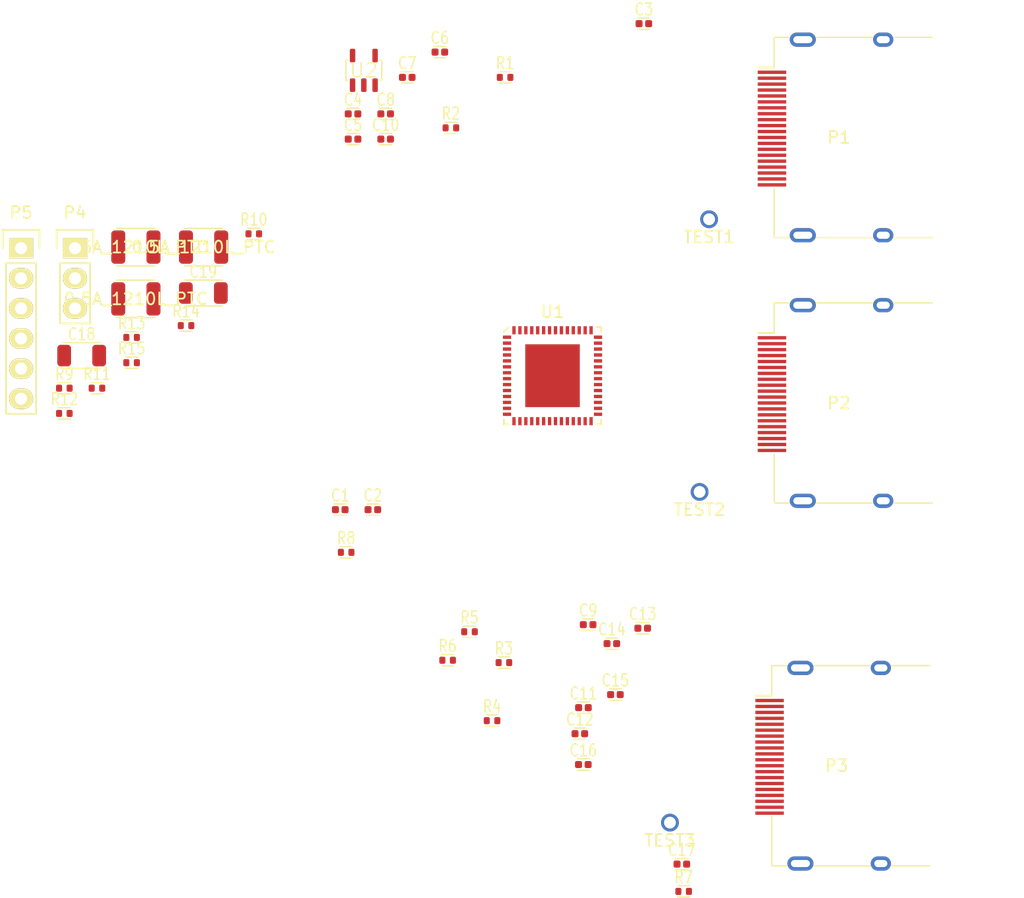
<source format=kicad_pcb>
(kicad_pcb (version 20171130) (host pcbnew 5.1.6)

  (general
    (thickness 1.6)
    (drawings 0)
    (tracks 0)
    (zones 0)
    (modules 47)
    (nets 77)
  )

  (page A4)
  (layers
    (0 F.Cu signal)
    (1 In1.Cu power)
    (2 In2.Cu power)
    (31 B.Cu signal)
    (34 B.Paste user)
    (35 F.Paste user)
    (36 B.SilkS user)
    (37 F.SilkS user)
    (38 B.Mask user)
    (39 F.Mask user)
    (40 Dwgs.User user)
    (41 Cmts.User user)
    (42 Eco1.User user)
    (43 Eco2.User user)
    (44 Edge.Cuts user)
    (45 Margin user)
    (46 B.CrtYd user)
    (47 F.CrtYd user)
    (48 B.Fab user)
    (49 F.Fab user)
  )

  (setup
    (last_trace_width 0.2)
    (trace_clearance 0.2)
    (zone_clearance 0.508)
    (zone_45_only no)
    (trace_min 0.1)
    (via_size 0.8)
    (via_drill 0.4)
    (via_min_size 0.4)
    (via_min_drill 0.2)
    (uvia_size 0.3)
    (uvia_drill 0.1)
    (uvias_allowed no)
    (uvia_min_size 0.2)
    (uvia_min_drill 0.1)
    (edge_width 0.05)
    (segment_width 0.2)
    (pcb_text_width 0.3)
    (pcb_text_size 1.5 1.5)
    (mod_edge_width 0.12)
    (mod_text_size 1 1)
    (mod_text_width 0.15)
    (pad_size 1.524 1.524)
    (pad_drill 0.762)
    (pad_to_mask_clearance 0.05)
    (aux_axis_origin 0 0)
    (visible_elements FFFFFF7F)
    (pcbplotparams
      (layerselection 0x010fc_ffffffff)
      (usegerberextensions false)
      (usegerberattributes true)
      (usegerberadvancedattributes true)
      (creategerberjobfile true)
      (excludeedgelayer true)
      (linewidth 0.100000)
      (plotframeref false)
      (viasonmask false)
      (mode 1)
      (useauxorigin false)
      (hpglpennumber 1)
      (hpglpenspeed 20)
      (hpglpendiameter 15.000000)
      (psnegative false)
      (psa4output false)
      (plotreference true)
      (plotvalue true)
      (plotinvisibletext false)
      (padsonsilk false)
      (subtractmaskfromsilk false)
      (outputformat 1)
      (mirror false)
      (drillshape 1)
      (scaleselection 1)
      (outputdirectory ""))
  )

  (net 0 "")
  (net 1 +3.3V)
  (net 2 GND)
  (net 3 "Net-(P1-Pad20)")
  (net 4 "Net-(P1-Pad18)")
  (net 5 "Net-(P1-Pad14)")
  (net 6 "Net-(P1-Pad13)")
  (net 7 "Net-(P1-Pad1)")
  (net 8 "Net-(P1-Pad3)")
  (net 9 "Net-(P1-Pad4)")
  (net 10 "Net-(P1-Pad6)")
  (net 11 "Net-(P1-Pad7)")
  (net 12 "Net-(P1-Pad9)")
  (net 13 "Net-(P1-Pad10)")
  (net 14 "Net-(P1-Pad12)")
  (net 15 "Net-(P2-Pad20)")
  (net 16 "Net-(P2-Pad18)")
  (net 17 "Net-(P2-Pad14)")
  (net 18 "Net-(P2-Pad13)")
  (net 19 "Net-(P2-Pad1)")
  (net 20 "Net-(P2-Pad3)")
  (net 21 "Net-(P2-Pad4)")
  (net 22 "Net-(P2-Pad6)")
  (net 23 "Net-(P2-Pad7)")
  (net 24 "Net-(P2-Pad9)")
  (net 25 "Net-(P2-Pad10)")
  (net 26 "Net-(P2-Pad12)")
  (net 27 "Net-(P3-Pad20)")
  (net 28 "Net-(P3-Pad18)")
  (net 29 "Net-(P3-Pad17)")
  (net 30 "Net-(P3-Pad15)")
  (net 31 "Net-(P3-Pad14)")
  (net 32 "Net-(P3-Pad13)")
  (net 33 "Net-(U1-Pad42)")
  (net 34 "Net-(U1-Pad28)")
  (net 35 "Net-(U1-Pad27)")
  (net 36 "Net-(U1-Pad26)")
  (net 37 "Net-(U1-Pad23)")
  (net 38 "Net-(U1-Pad22)")
  (net 39 "Net-(U1-Pad21)")
  (net 40 "Net-(U1-Pad20)")
  (net 41 "Net-(U1-Pad18)")
  (net 42 "Net-(C3-Pad1)")
  (net 43 "Net-(C4-Pad1)")
  (net 44 "Net-(C5-Pad2)")
  (net 45 "Net-(C5-Pad1)")
  (net 46 "Net-(C6-Pad2)")
  (net 47 "Net-(C6-Pad1)")
  (net 48 "Net-(C7-Pad2)")
  (net 49 "Net-(C7-Pad1)")
  (net 50 "Net-(C8-Pad2)")
  (net 51 "Net-(C8-Pad1)")
  (net 52 "Net-(C9-Pad2)")
  (net 53 "Net-(C9-Pad1)")
  (net 54 "Net-(C10-Pad2)")
  (net 55 "Net-(C10-Pad1)")
  (net 56 "Net-(C11-Pad2)")
  (net 57 "Net-(C11-Pad1)")
  (net 58 "Net-(C12-Pad2)")
  (net 59 "Net-(C12-Pad1)")
  (net 60 "Net-(C13-Pad2)")
  (net 61 "Net-(C13-Pad1)")
  (net 62 "Net-(C14-Pad2)")
  (net 63 "Net-(C14-Pad1)")
  (net 64 "Net-(C15-Pad2)")
  (net 65 "Net-(C15-Pad1)")
  (net 66 "Net-(C16-Pad2)")
  (net 67 "Net-(C16-Pad1)")
  (net 68 "Net-(C17-Pad1)")
  (net 69 "Net-(U2-Pad4)")
  (net 70 +5V)
  (net 71 "Net-(F1-Pad1)")
  (net 72 "Net-(F2-Pad1)")
  (net 73 "Net-(F3-Pad1)")
  (net 74 INPUT_SELECT)
  (net 75 AUX_SEL)
  (net 76 ENABLE)

  (net_class Default "This is the default net class."
    (clearance 0.2)
    (trace_width 0.2)
    (via_dia 0.8)
    (via_drill 0.4)
    (uvia_dia 0.3)
    (uvia_drill 0.1)
    (add_net +3.3V)
    (add_net +5V)
    (add_net AUX_SEL)
    (add_net ENABLE)
    (add_net GND)
    (add_net INPUT_SELECT)
    (add_net "Net-(C10-Pad1)")
    (add_net "Net-(C10-Pad2)")
    (add_net "Net-(C11-Pad1)")
    (add_net "Net-(C11-Pad2)")
    (add_net "Net-(C12-Pad1)")
    (add_net "Net-(C12-Pad2)")
    (add_net "Net-(C13-Pad1)")
    (add_net "Net-(C13-Pad2)")
    (add_net "Net-(C14-Pad1)")
    (add_net "Net-(C14-Pad2)")
    (add_net "Net-(C15-Pad1)")
    (add_net "Net-(C15-Pad2)")
    (add_net "Net-(C16-Pad1)")
    (add_net "Net-(C16-Pad2)")
    (add_net "Net-(C17-Pad1)")
    (add_net "Net-(C3-Pad1)")
    (add_net "Net-(C4-Pad1)")
    (add_net "Net-(C5-Pad1)")
    (add_net "Net-(C5-Pad2)")
    (add_net "Net-(C6-Pad1)")
    (add_net "Net-(C6-Pad2)")
    (add_net "Net-(C7-Pad1)")
    (add_net "Net-(C7-Pad2)")
    (add_net "Net-(C8-Pad1)")
    (add_net "Net-(C8-Pad2)")
    (add_net "Net-(C9-Pad1)")
    (add_net "Net-(C9-Pad2)")
    (add_net "Net-(F1-Pad1)")
    (add_net "Net-(F2-Pad1)")
    (add_net "Net-(F3-Pad1)")
    (add_net "Net-(P1-Pad1)")
    (add_net "Net-(P1-Pad10)")
    (add_net "Net-(P1-Pad12)")
    (add_net "Net-(P1-Pad13)")
    (add_net "Net-(P1-Pad14)")
    (add_net "Net-(P1-Pad18)")
    (add_net "Net-(P1-Pad20)")
    (add_net "Net-(P1-Pad3)")
    (add_net "Net-(P1-Pad4)")
    (add_net "Net-(P1-Pad6)")
    (add_net "Net-(P1-Pad7)")
    (add_net "Net-(P1-Pad9)")
    (add_net "Net-(P2-Pad1)")
    (add_net "Net-(P2-Pad10)")
    (add_net "Net-(P2-Pad12)")
    (add_net "Net-(P2-Pad13)")
    (add_net "Net-(P2-Pad14)")
    (add_net "Net-(P2-Pad18)")
    (add_net "Net-(P2-Pad20)")
    (add_net "Net-(P2-Pad3)")
    (add_net "Net-(P2-Pad4)")
    (add_net "Net-(P2-Pad6)")
    (add_net "Net-(P2-Pad7)")
    (add_net "Net-(P2-Pad9)")
    (add_net "Net-(P3-Pad13)")
    (add_net "Net-(P3-Pad14)")
    (add_net "Net-(P3-Pad15)")
    (add_net "Net-(P3-Pad17)")
    (add_net "Net-(P3-Pad18)")
    (add_net "Net-(P3-Pad20)")
    (add_net "Net-(U1-Pad18)")
    (add_net "Net-(U1-Pad20)")
    (add_net "Net-(U1-Pad21)")
    (add_net "Net-(U1-Pad22)")
    (add_net "Net-(U1-Pad23)")
    (add_net "Net-(U1-Pad26)")
    (add_net "Net-(U1-Pad27)")
    (add_net "Net-(U1-Pad28)")
    (add_net "Net-(U1-Pad42)")
    (add_net "Net-(U2-Pad4)")
  )

  (module Applidyne_Resistor:RESC1005X40N (layer F.Cu) (tedit 5AD2BFDD) (tstamp 5FF5EA6A)
    (at 110.91 75.8)
    (descr "Resistor, Chip; 1.00 mm L X 0.50 mm W X 0.40 mm H body")
    (tags "smd chip RESC1005X40N RES")
    (path /604DB9BD)
    (autoplace_cost90 10)
    (autoplace_cost180 10)
    (attr smd)
    (fp_text reference R15 (at 0 -1.2) (layer F.SilkS)
      (effects (font (size 1 0.8) (thickness 0.12)))
    )
    (fp_text value 100K_1005M (at 0 0) (layer F.Fab) hide
      (effects (font (size 1 0.8) (thickness 0.12)))
    )
    (fp_text user %R (at 0 0) (layer F.Fab)
      (effects (font (size 0.5 0.4) (thickness 0.05)))
    )
    (fp_circle (center 0 0) (end 0.2025 0) (layer Dwgs.User) (width 0.05))
    (fp_line (start -0.53 0.28) (end -0.53 -0.28) (layer F.Fab) (width 0.12))
    (fp_line (start -0.53 -0.28) (end 0.53 -0.28) (layer F.Fab) (width 0.12))
    (fp_line (start 0.53 -0.28) (end 0.53 0.28) (layer F.Fab) (width 0.12))
    (fp_line (start 0.53 0.28) (end -0.53 0.28) (layer F.Fab) (width 0.12))
    (fp_line (start 0.5 -0.48) (end -0.5 -0.48) (layer F.SilkS) (width 0.12))
    (fp_line (start 0.5 0.48) (end -0.5 0.48) (layer F.SilkS) (width 0.12))
    (fp_line (start -0.85 0.54) (end -0.85 -0.54) (layer F.CrtYd) (width 0.05))
    (fp_line (start -0.85 -0.54) (end 0.85 -0.54) (layer F.CrtYd) (width 0.05))
    (fp_line (start 0.85 -0.54) (end 0.85 0.54) (layer F.CrtYd) (width 0.05))
    (fp_line (start 0.85 0.54) (end -0.85 0.54) (layer F.CrtYd) (width 0.05))
    (fp_line (start 0.27 0) (end -0.27 0) (layer Dwgs.User) (width 0.05))
    (fp_line (start 0 -0.27) (end 0 0.27) (layer Dwgs.User) (width 0.05))
    (pad 2 smd roundrect (at 0.445 0 180) (size 0.51 0.6) (layers F.Cu F.Paste F.Mask) (roundrect_rratio 0.25)
      (net 2 GND))
    (pad 1 smd roundrect (at -0.445 0 180) (size 0.51 0.6) (layers F.Cu F.Paste F.Mask) (roundrect_rratio 0.25)
      (net 74 INPUT_SELECT))
    (model ${APPLI_PACKAGES_3D}/appli_resistor.3dshapes/RESC1005X40.step
      (at (xyz 0 0 0))
      (scale (xyz 1 1 1))
      (rotate (xyz 0 0 0))
    )
  )

  (module Applidyne_Resistor:RESC1005X40N (layer F.Cu) (tedit 5AD2BFDD) (tstamp 5FF5EA56)
    (at 115.5 72.67)
    (descr "Resistor, Chip; 1.00 mm L X 0.50 mm W X 0.40 mm H body")
    (tags "smd chip RESC1005X40N RES")
    (path /60546AA5)
    (autoplace_cost90 10)
    (autoplace_cost180 10)
    (attr smd)
    (fp_text reference R14 (at 0 -1.2) (layer F.SilkS)
      (effects (font (size 1 0.8) (thickness 0.12)))
    )
    (fp_text value 100K_1005M (at 0 0) (layer F.Fab) hide
      (effects (font (size 1 0.8) (thickness 0.12)))
    )
    (fp_text user %R (at 0 0) (layer F.Fab)
      (effects (font (size 0.5 0.4) (thickness 0.05)))
    )
    (fp_circle (center 0 0) (end 0.2025 0) (layer Dwgs.User) (width 0.05))
    (fp_line (start -0.53 0.28) (end -0.53 -0.28) (layer F.Fab) (width 0.12))
    (fp_line (start -0.53 -0.28) (end 0.53 -0.28) (layer F.Fab) (width 0.12))
    (fp_line (start 0.53 -0.28) (end 0.53 0.28) (layer F.Fab) (width 0.12))
    (fp_line (start 0.53 0.28) (end -0.53 0.28) (layer F.Fab) (width 0.12))
    (fp_line (start 0.5 -0.48) (end -0.5 -0.48) (layer F.SilkS) (width 0.12))
    (fp_line (start 0.5 0.48) (end -0.5 0.48) (layer F.SilkS) (width 0.12))
    (fp_line (start -0.85 0.54) (end -0.85 -0.54) (layer F.CrtYd) (width 0.05))
    (fp_line (start -0.85 -0.54) (end 0.85 -0.54) (layer F.CrtYd) (width 0.05))
    (fp_line (start 0.85 -0.54) (end 0.85 0.54) (layer F.CrtYd) (width 0.05))
    (fp_line (start 0.85 0.54) (end -0.85 0.54) (layer F.CrtYd) (width 0.05))
    (fp_line (start 0.27 0) (end -0.27 0) (layer Dwgs.User) (width 0.05))
    (fp_line (start 0 -0.27) (end 0 0.27) (layer Dwgs.User) (width 0.05))
    (pad 2 smd roundrect (at 0.445 0 180) (size 0.51 0.6) (layers F.Cu F.Paste F.Mask) (roundrect_rratio 0.25)
      (net 74 INPUT_SELECT))
    (pad 1 smd roundrect (at -0.445 0 180) (size 0.51 0.6) (layers F.Cu F.Paste F.Mask) (roundrect_rratio 0.25)
      (net 1 +3.3V))
    (model ${APPLI_PACKAGES_3D}/appli_resistor.3dshapes/RESC1005X40.step
      (at (xyz 0 0 0))
      (scale (xyz 1 1 1))
      (rotate (xyz 0 0 0))
    )
  )

  (module Applidyne_Resistor:RESC1005X40N (layer F.Cu) (tedit 5AD2BFDD) (tstamp 5FF5EA42)
    (at 110.91 73.67)
    (descr "Resistor, Chip; 1.00 mm L X 0.50 mm W X 0.40 mm H body")
    (tags "smd chip RESC1005X40N RES")
    (path /60445B5B)
    (autoplace_cost90 10)
    (autoplace_cost180 10)
    (attr smd)
    (fp_text reference R13 (at 0 -1.2) (layer F.SilkS)
      (effects (font (size 1 0.8) (thickness 0.12)))
    )
    (fp_text value 10K0_1005M (at 0 0) (layer F.Fab) hide
      (effects (font (size 1 0.8) (thickness 0.12)))
    )
    (fp_text user %R (at 0 0) (layer F.Fab)
      (effects (font (size 0.5 0.4) (thickness 0.05)))
    )
    (fp_circle (center 0 0) (end 0.2025 0) (layer Dwgs.User) (width 0.05))
    (fp_line (start -0.53 0.28) (end -0.53 -0.28) (layer F.Fab) (width 0.12))
    (fp_line (start -0.53 -0.28) (end 0.53 -0.28) (layer F.Fab) (width 0.12))
    (fp_line (start 0.53 -0.28) (end 0.53 0.28) (layer F.Fab) (width 0.12))
    (fp_line (start 0.53 0.28) (end -0.53 0.28) (layer F.Fab) (width 0.12))
    (fp_line (start 0.5 -0.48) (end -0.5 -0.48) (layer F.SilkS) (width 0.12))
    (fp_line (start 0.5 0.48) (end -0.5 0.48) (layer F.SilkS) (width 0.12))
    (fp_line (start -0.85 0.54) (end -0.85 -0.54) (layer F.CrtYd) (width 0.05))
    (fp_line (start -0.85 -0.54) (end 0.85 -0.54) (layer F.CrtYd) (width 0.05))
    (fp_line (start 0.85 -0.54) (end 0.85 0.54) (layer F.CrtYd) (width 0.05))
    (fp_line (start 0.85 0.54) (end -0.85 0.54) (layer F.CrtYd) (width 0.05))
    (fp_line (start 0.27 0) (end -0.27 0) (layer Dwgs.User) (width 0.05))
    (fp_line (start 0 -0.27) (end 0 0.27) (layer Dwgs.User) (width 0.05))
    (pad 2 smd roundrect (at 0.445 0 180) (size 0.51 0.6) (layers F.Cu F.Paste F.Mask) (roundrect_rratio 0.25)
      (net 2 GND))
    (pad 1 smd roundrect (at -0.445 0 180) (size 0.51 0.6) (layers F.Cu F.Paste F.Mask) (roundrect_rratio 0.25)
      (net 75 AUX_SEL))
    (model ${APPLI_PACKAGES_3D}/appli_resistor.3dshapes/RESC1005X40.step
      (at (xyz 0 0 0))
      (scale (xyz 1 1 1))
      (rotate (xyz 0 0 0))
    )
  )

  (module Applidyne_Resistor:RESC1005X40N (layer F.Cu) (tedit 5AD2BFDD) (tstamp 5FF5EA2E)
    (at 105.24 80.08)
    (descr "Resistor, Chip; 1.00 mm L X 0.50 mm W X 0.40 mm H body")
    (tags "smd chip RESC1005X40N RES")
    (path /6064FC57)
    (autoplace_cost90 10)
    (autoplace_cost180 10)
    (attr smd)
    (fp_text reference R12 (at 0 -1.2) (layer F.SilkS)
      (effects (font (size 1 0.8) (thickness 0.12)))
    )
    (fp_text value 1M_1005M (at 0 0) (layer F.Fab) hide
      (effects (font (size 1 0.8) (thickness 0.12)))
    )
    (fp_text user %R (at 0 0) (layer F.Fab)
      (effects (font (size 0.5 0.4) (thickness 0.05)))
    )
    (fp_circle (center 0 0) (end 0.2025 0) (layer Dwgs.User) (width 0.05))
    (fp_line (start -0.53 0.28) (end -0.53 -0.28) (layer F.Fab) (width 0.12))
    (fp_line (start -0.53 -0.28) (end 0.53 -0.28) (layer F.Fab) (width 0.12))
    (fp_line (start 0.53 -0.28) (end 0.53 0.28) (layer F.Fab) (width 0.12))
    (fp_line (start 0.53 0.28) (end -0.53 0.28) (layer F.Fab) (width 0.12))
    (fp_line (start 0.5 -0.48) (end -0.5 -0.48) (layer F.SilkS) (width 0.12))
    (fp_line (start 0.5 0.48) (end -0.5 0.48) (layer F.SilkS) (width 0.12))
    (fp_line (start -0.85 0.54) (end -0.85 -0.54) (layer F.CrtYd) (width 0.05))
    (fp_line (start -0.85 -0.54) (end 0.85 -0.54) (layer F.CrtYd) (width 0.05))
    (fp_line (start 0.85 -0.54) (end 0.85 0.54) (layer F.CrtYd) (width 0.05))
    (fp_line (start 0.85 0.54) (end -0.85 0.54) (layer F.CrtYd) (width 0.05))
    (fp_line (start 0.27 0) (end -0.27 0) (layer Dwgs.User) (width 0.05))
    (fp_line (start 0 -0.27) (end 0 0.27) (layer Dwgs.User) (width 0.05))
    (pad 2 smd roundrect (at 0.445 0 180) (size 0.51 0.6) (layers F.Cu F.Paste F.Mask) (roundrect_rratio 0.25)
      (net 2 GND))
    (pad 1 smd roundrect (at -0.445 0 180) (size 0.51 0.6) (layers F.Cu F.Paste F.Mask) (roundrect_rratio 0.25)
      (net 18 "Net-(P2-Pad13)"))
    (model ${APPLI_PACKAGES_3D}/appli_resistor.3dshapes/RESC1005X40.step
      (at (xyz 0 0 0))
      (scale (xyz 1 1 1))
      (rotate (xyz 0 0 0))
    )
  )

  (module Applidyne_Resistor:RESC1005X40N (layer F.Cu) (tedit 5AD2BFDD) (tstamp 5FF5EA1A)
    (at 107.99 77.95)
    (descr "Resistor, Chip; 1.00 mm L X 0.50 mm W X 0.40 mm H body")
    (tags "smd chip RESC1005X40N RES")
    (path /6055C798)
    (autoplace_cost90 10)
    (autoplace_cost180 10)
    (attr smd)
    (fp_text reference R11 (at 0 -1.2) (layer F.SilkS)
      (effects (font (size 1 0.8) (thickness 0.12)))
    )
    (fp_text value 1M_1005M (at 0 0) (layer F.Fab) hide
      (effects (font (size 1 0.8) (thickness 0.12)))
    )
    (fp_text user %R (at 0 0) (layer F.Fab)
      (effects (font (size 0.5 0.4) (thickness 0.05)))
    )
    (fp_circle (center 0 0) (end 0.2025 0) (layer Dwgs.User) (width 0.05))
    (fp_line (start -0.53 0.28) (end -0.53 -0.28) (layer F.Fab) (width 0.12))
    (fp_line (start -0.53 -0.28) (end 0.53 -0.28) (layer F.Fab) (width 0.12))
    (fp_line (start 0.53 -0.28) (end 0.53 0.28) (layer F.Fab) (width 0.12))
    (fp_line (start 0.53 0.28) (end -0.53 0.28) (layer F.Fab) (width 0.12))
    (fp_line (start 0.5 -0.48) (end -0.5 -0.48) (layer F.SilkS) (width 0.12))
    (fp_line (start 0.5 0.48) (end -0.5 0.48) (layer F.SilkS) (width 0.12))
    (fp_line (start -0.85 0.54) (end -0.85 -0.54) (layer F.CrtYd) (width 0.05))
    (fp_line (start -0.85 -0.54) (end 0.85 -0.54) (layer F.CrtYd) (width 0.05))
    (fp_line (start 0.85 -0.54) (end 0.85 0.54) (layer F.CrtYd) (width 0.05))
    (fp_line (start 0.85 0.54) (end -0.85 0.54) (layer F.CrtYd) (width 0.05))
    (fp_line (start 0.27 0) (end -0.27 0) (layer Dwgs.User) (width 0.05))
    (fp_line (start 0 -0.27) (end 0 0.27) (layer Dwgs.User) (width 0.05))
    (pad 2 smd roundrect (at 0.445 0 180) (size 0.51 0.6) (layers F.Cu F.Paste F.Mask) (roundrect_rratio 0.25)
      (net 2 GND))
    (pad 1 smd roundrect (at -0.445 0 180) (size 0.51 0.6) (layers F.Cu F.Paste F.Mask) (roundrect_rratio 0.25)
      (net 6 "Net-(P1-Pad13)"))
    (model ${APPLI_PACKAGES_3D}/appli_resistor.3dshapes/RESC1005X40.step
      (at (xyz 0 0 0))
      (scale (xyz 1 1 1))
      (rotate (xyz 0 0 0))
    )
  )

  (module Applidyne_Resistor:RESC1005X40N (layer F.Cu) (tedit 5AD2BFDD) (tstamp 5FF5EA06)
    (at 121.21 64.93)
    (descr "Resistor, Chip; 1.00 mm L X 0.50 mm W X 0.40 mm H body")
    (tags "smd chip RESC1005X40N RES")
    (path /6064FC64)
    (autoplace_cost90 10)
    (autoplace_cost180 10)
    (attr smd)
    (fp_text reference R10 (at 0 -1.2) (layer F.SilkS)
      (effects (font (size 1 0.8) (thickness 0.12)))
    )
    (fp_text value 1M_1005M (at 0 0) (layer F.Fab) hide
      (effects (font (size 1 0.8) (thickness 0.12)))
    )
    (fp_text user %R (at 0 0) (layer F.Fab)
      (effects (font (size 0.5 0.4) (thickness 0.05)))
    )
    (fp_circle (center 0 0) (end 0.2025 0) (layer Dwgs.User) (width 0.05))
    (fp_line (start -0.53 0.28) (end -0.53 -0.28) (layer F.Fab) (width 0.12))
    (fp_line (start -0.53 -0.28) (end 0.53 -0.28) (layer F.Fab) (width 0.12))
    (fp_line (start 0.53 -0.28) (end 0.53 0.28) (layer F.Fab) (width 0.12))
    (fp_line (start 0.53 0.28) (end -0.53 0.28) (layer F.Fab) (width 0.12))
    (fp_line (start 0.5 -0.48) (end -0.5 -0.48) (layer F.SilkS) (width 0.12))
    (fp_line (start 0.5 0.48) (end -0.5 0.48) (layer F.SilkS) (width 0.12))
    (fp_line (start -0.85 0.54) (end -0.85 -0.54) (layer F.CrtYd) (width 0.05))
    (fp_line (start -0.85 -0.54) (end 0.85 -0.54) (layer F.CrtYd) (width 0.05))
    (fp_line (start 0.85 -0.54) (end 0.85 0.54) (layer F.CrtYd) (width 0.05))
    (fp_line (start 0.85 0.54) (end -0.85 0.54) (layer F.CrtYd) (width 0.05))
    (fp_line (start 0.27 0) (end -0.27 0) (layer Dwgs.User) (width 0.05))
    (fp_line (start 0 -0.27) (end 0 0.27) (layer Dwgs.User) (width 0.05))
    (pad 2 smd roundrect (at 0.445 0 180) (size 0.51 0.6) (layers F.Cu F.Paste F.Mask) (roundrect_rratio 0.25)
      (net 17 "Net-(P2-Pad14)"))
    (pad 1 smd roundrect (at -0.445 0 180) (size 0.51 0.6) (layers F.Cu F.Paste F.Mask) (roundrect_rratio 0.25)
      (net 2 GND))
    (model ${APPLI_PACKAGES_3D}/appli_resistor.3dshapes/RESC1005X40.step
      (at (xyz 0 0 0))
      (scale (xyz 1 1 1))
      (rotate (xyz 0 0 0))
    )
  )

  (module Applidyne_Resistor:RESC1005X40N (layer F.Cu) (tedit 5AD2BFDD) (tstamp 5FF5E9F2)
    (at 105.24 77.95)
    (descr "Resistor, Chip; 1.00 mm L X 0.50 mm W X 0.40 mm H body")
    (tags "smd chip RESC1005X40N RES")
    (path /6055C7A5)
    (autoplace_cost90 10)
    (autoplace_cost180 10)
    (attr smd)
    (fp_text reference R9 (at 0 -1.2) (layer F.SilkS)
      (effects (font (size 1 0.8) (thickness 0.12)))
    )
    (fp_text value 1M_1005M (at 0 0) (layer F.Fab) hide
      (effects (font (size 1 0.8) (thickness 0.12)))
    )
    (fp_text user %R (at 0 0) (layer F.Fab)
      (effects (font (size 0.5 0.4) (thickness 0.05)))
    )
    (fp_circle (center 0 0) (end 0.2025 0) (layer Dwgs.User) (width 0.05))
    (fp_line (start -0.53 0.28) (end -0.53 -0.28) (layer F.Fab) (width 0.12))
    (fp_line (start -0.53 -0.28) (end 0.53 -0.28) (layer F.Fab) (width 0.12))
    (fp_line (start 0.53 -0.28) (end 0.53 0.28) (layer F.Fab) (width 0.12))
    (fp_line (start 0.53 0.28) (end -0.53 0.28) (layer F.Fab) (width 0.12))
    (fp_line (start 0.5 -0.48) (end -0.5 -0.48) (layer F.SilkS) (width 0.12))
    (fp_line (start 0.5 0.48) (end -0.5 0.48) (layer F.SilkS) (width 0.12))
    (fp_line (start -0.85 0.54) (end -0.85 -0.54) (layer F.CrtYd) (width 0.05))
    (fp_line (start -0.85 -0.54) (end 0.85 -0.54) (layer F.CrtYd) (width 0.05))
    (fp_line (start 0.85 -0.54) (end 0.85 0.54) (layer F.CrtYd) (width 0.05))
    (fp_line (start 0.85 0.54) (end -0.85 0.54) (layer F.CrtYd) (width 0.05))
    (fp_line (start 0.27 0) (end -0.27 0) (layer Dwgs.User) (width 0.05))
    (fp_line (start 0 -0.27) (end 0 0.27) (layer Dwgs.User) (width 0.05))
    (pad 2 smd roundrect (at 0.445 0 180) (size 0.51 0.6) (layers F.Cu F.Paste F.Mask) (roundrect_rratio 0.25)
      (net 5 "Net-(P1-Pad14)"))
    (pad 1 smd roundrect (at -0.445 0 180) (size 0.51 0.6) (layers F.Cu F.Paste F.Mask) (roundrect_rratio 0.25)
      (net 2 GND))
    (model ${APPLI_PACKAGES_3D}/appli_resistor.3dshapes/RESC1005X40.step
      (at (xyz 0 0 0))
      (scale (xyz 1 1 1))
      (rotate (xyz 0 0 0))
    )
  )

  (module Applidyne_Connector_Wurth:61300611121 (layer F.Cu) (tedit 599934E3) (tstamp 5FF5E8AE)
    (at 101.59 66.14)
    (descr "Through hole pin header")
    (tags "pin header")
    (path /606B5AC0)
    (fp_text reference P5 (at 0 -3) (layer F.SilkS)
      (effects (font (size 1 1) (thickness 0.15)))
    )
    (fp_text value CONN_01X06 (at 0 -3.1) (layer F.SilkS) hide
      (effects (font (size 1 1) (thickness 0.15)))
    )
    (fp_text user %R (at 0 -3) (layer F.Fab)
      (effects (font (size 1 1) (thickness 0.15)))
    )
    (fp_line (start -1.75 -1.75) (end -1.75 14.45) (layer F.CrtYd) (width 0.05))
    (fp_line (start 1.75 -1.75) (end 1.75 14.45) (layer F.CrtYd) (width 0.05))
    (fp_line (start -1.75 -1.75) (end 1.75 -1.75) (layer F.CrtYd) (width 0.05))
    (fp_line (start -1.75 14.45) (end 1.75 14.45) (layer F.CrtYd) (width 0.05))
    (fp_line (start 1.27 1.27) (end 1.27 13.97) (layer F.SilkS) (width 0.15))
    (fp_line (start 1.27 13.97) (end -1.27 13.97) (layer F.SilkS) (width 0.15))
    (fp_line (start -1.27 13.97) (end -1.27 1.27) (layer F.SilkS) (width 0.15))
    (fp_line (start 1.55 -1.55) (end 1.55 0) (layer F.SilkS) (width 0.15))
    (fp_line (start 1.27 1.27) (end -1.27 1.27) (layer F.SilkS) (width 0.15))
    (fp_line (start -1.55 0) (end -1.55 -1.55) (layer F.SilkS) (width 0.15))
    (fp_line (start -1.55 -1.55) (end 1.55 -1.55) (layer F.SilkS) (width 0.15))
    (pad 6 thru_hole oval (at 0 12.7) (size 2.032 1.7272) (drill 1.016) (layers *.Cu *.Mask F.SilkS)
      (net 74 INPUT_SELECT))
    (pad 5 thru_hole oval (at 0 10.16) (size 2.032 1.7272) (drill 1.016) (layers *.Cu *.Mask F.SilkS)
      (net 75 AUX_SEL))
    (pad 4 thru_hole oval (at 0 7.62) (size 2.032 1.7272) (drill 1.016) (layers *.Cu *.Mask F.SilkS)
      (net 76 ENABLE))
    (pad 3 thru_hole oval (at 0 5.08) (size 2.032 1.7272) (drill 1.016) (layers *.Cu *.Mask F.SilkS)
      (net 1 +3.3V))
    (pad 2 thru_hole oval (at 0 2.54) (size 2.032 1.7272) (drill 1.016) (layers *.Cu *.Mask F.SilkS)
      (net 70 +5V))
    (pad 1 thru_hole rect (at 0 0) (size 2.032 1.7272) (drill 1.016) (layers *.Cu *.Mask F.SilkS)
      (net 2 GND))
    (model ${APPLI_PACKAGES_3D}/appli_connector_wurth.3dshapes/61300611121.step
      (offset (xyz 0 -6.349999904632568 0.9999999849815068))
      (scale (xyz 1 1 1))
      (rotate (xyz -90 0 90))
    )
  )

  (module Applidyne_Connector_Wurth:61300311121 (layer F.Cu) (tedit 599931A2) (tstamp 5FF5E898)
    (at 106.14 66.14)
    (descr "Through hole pin header")
    (tags "pin header")
    (path /607899FC)
    (fp_text reference P4 (at 0 -3) (layer F.SilkS)
      (effects (font (size 1 1) (thickness 0.15)))
    )
    (fp_text value CONN_01X03 (at 0 -3.1) (layer F.SilkS) hide
      (effects (font (size 1 1) (thickness 0.15)))
    )
    (fp_text user %R (at 0 -3) (layer F.Fab)
      (effects (font (size 1 1) (thickness 0.15)))
    )
    (fp_line (start -1.75 -1.75) (end -1.75 6.85) (layer F.CrtYd) (width 0.05))
    (fp_line (start 1.75 -1.75) (end 1.75 6.85) (layer F.CrtYd) (width 0.05))
    (fp_line (start -1.75 -1.75) (end 1.75 -1.75) (layer F.CrtYd) (width 0.05))
    (fp_line (start -1.75 6.85) (end 1.75 6.85) (layer F.CrtYd) (width 0.05))
    (fp_line (start -1.27 1.27) (end -1.27 6.35) (layer F.SilkS) (width 0.15))
    (fp_line (start -1.27 6.35) (end 1.27 6.35) (layer F.SilkS) (width 0.15))
    (fp_line (start 1.27 6.35) (end 1.27 1.27) (layer F.SilkS) (width 0.15))
    (fp_line (start 1.55 -1.55) (end 1.55 0) (layer F.SilkS) (width 0.15))
    (fp_line (start 1.27 1.27) (end -1.27 1.27) (layer F.SilkS) (width 0.15))
    (fp_line (start -1.55 0) (end -1.55 -1.55) (layer F.SilkS) (width 0.15))
    (fp_line (start -1.55 -1.55) (end 1.55 -1.55) (layer F.SilkS) (width 0.15))
    (pad 3 thru_hole oval (at 0 5.08) (size 2.032 1.7272) (drill 1.016) (layers *.Cu *.Mask F.SilkS)
      (net 74 INPUT_SELECT))
    (pad 2 thru_hole oval (at 0 2.54) (size 2.032 1.7272) (drill 1.016) (layers *.Cu *.Mask F.SilkS)
      (net 1 +3.3V))
    (pad 1 thru_hole rect (at 0 0) (size 2.032 1.7272) (drill 1.016) (layers *.Cu *.Mask F.SilkS)
      (net 2 GND))
    (model ${APPLI_PACKAGES_3D}/appli_connector_wurth.3dshapes/61300311121.step
      (offset (xyz 0 -2.539999961853027 0.9999999849815068))
      (scale (xyz 1 1 1))
      (rotate (xyz -90 0 90))
    )
  )

  (module Applidyne_Fuse:FUSC3225X85L50N (layer F.Cu) (tedit 59CCDD0A) (tstamp 5FF5E753)
    (at 111.27 70.42)
    (descr "Fuse, Chip; 3.215 mm L X 2.575 mm W X 0.85 mm H body")
    (path /60A9BB7A)
    (attr smd)
    (fp_text reference F3 (at 0 0) (layer F.SilkS) hide
      (effects (font (size 1.2 1.2) (thickness 0.12)))
    )
    (fp_text value 0.5A_1210L_PTC (at 0 0) (layer F.SilkS)
      (effects (font (size 1 1) (thickness 0.15)))
    )
    (fp_text user %R (at 0 0) (layer F.Fab)
      (effects (font (size 1 1) (thickness 0.15)))
    )
    (fp_line (start -1.72 1.4) (end -1.72 -1.4) (layer F.Fab) (width 0.12))
    (fp_line (start -1.72 -1.4) (end 1.72 -1.4) (layer F.Fab) (width 0.12))
    (fp_line (start 1.72 -1.4) (end 1.72 1.4) (layer F.Fab) (width 0.12))
    (fp_line (start 1.72 1.4) (end -1.72 1.4) (layer F.Fab) (width 0.12))
    (fp_line (start 1.61 -1.585) (end -1.61 -1.585) (layer F.SilkS) (width 0.12))
    (fp_line (start 1.61 1.585) (end -1.61 1.585) (layer F.SilkS) (width 0.12))
    (fp_line (start -2.33 1.66) (end -2.33 -1.66) (layer F.CrtYd) (width 0.05))
    (fp_line (start -2.33 -1.66) (end 2.33 -1.66) (layer F.CrtYd) (width 0.05))
    (fp_line (start 2.33 -1.66) (end 2.33 1.66) (layer F.CrtYd) (width 0.05))
    (fp_line (start 2.33 1.66) (end -2.33 1.66) (layer F.CrtYd) (width 0.05))
    (fp_circle (center 0 0) (end 0 0.25) (layer Dwgs.User) (width 0.05))
    (fp_line (start 0.35 0) (end -0.35 0) (layer Dwgs.User) (width 0.05))
    (fp_line (start 0 -0.35) (end 0 0.35) (layer Dwgs.User) (width 0.05))
    (pad 2 smd roundrect (at 1.485 0) (size 1.18 2.81) (layers F.Cu F.Paste F.Mask) (roundrect_rratio 0.25)
      (net 1 +3.3V))
    (pad 1 smd roundrect (at -1.485 0) (size 1.18 2.81) (layers F.Cu F.Paste F.Mask) (roundrect_rratio 0.25)
      (net 73 "Net-(F3-Pad1)"))
    (model ${APPLI_PACKAGES_3D}/appli_fuse.3dshapes/3225M_POLYFUSE.step
      (at (xyz 0 0 0))
      (scale (xyz 1 1 1))
      (rotate (xyz -90 0 0))
    )
  )

  (module Applidyne_Fuse:FUSC3225X85L50N (layer F.Cu) (tedit 59CCDD0A) (tstamp 5FF5E73F)
    (at 116.98 66.05)
    (descr "Fuse, Chip; 3.215 mm L X 2.575 mm W X 0.85 mm H body")
    (path /60AF5F58)
    (attr smd)
    (fp_text reference F2 (at 0 0) (layer F.SilkS) hide
      (effects (font (size 1.2 1.2) (thickness 0.12)))
    )
    (fp_text value 0.5A_1210L_PTC (at 0 0) (layer F.SilkS)
      (effects (font (size 1 1) (thickness 0.15)))
    )
    (fp_text user %R (at 0 0) (layer F.Fab)
      (effects (font (size 1 1) (thickness 0.15)))
    )
    (fp_line (start -1.72 1.4) (end -1.72 -1.4) (layer F.Fab) (width 0.12))
    (fp_line (start -1.72 -1.4) (end 1.72 -1.4) (layer F.Fab) (width 0.12))
    (fp_line (start 1.72 -1.4) (end 1.72 1.4) (layer F.Fab) (width 0.12))
    (fp_line (start 1.72 1.4) (end -1.72 1.4) (layer F.Fab) (width 0.12))
    (fp_line (start 1.61 -1.585) (end -1.61 -1.585) (layer F.SilkS) (width 0.12))
    (fp_line (start 1.61 1.585) (end -1.61 1.585) (layer F.SilkS) (width 0.12))
    (fp_line (start -2.33 1.66) (end -2.33 -1.66) (layer F.CrtYd) (width 0.05))
    (fp_line (start -2.33 -1.66) (end 2.33 -1.66) (layer F.CrtYd) (width 0.05))
    (fp_line (start 2.33 -1.66) (end 2.33 1.66) (layer F.CrtYd) (width 0.05))
    (fp_line (start 2.33 1.66) (end -2.33 1.66) (layer F.CrtYd) (width 0.05))
    (fp_circle (center 0 0) (end 0 0.25) (layer Dwgs.User) (width 0.05))
    (fp_line (start 0.35 0) (end -0.35 0) (layer Dwgs.User) (width 0.05))
    (fp_line (start 0 -0.35) (end 0 0.35) (layer Dwgs.User) (width 0.05))
    (pad 2 smd roundrect (at 1.485 0) (size 1.18 2.81) (layers F.Cu F.Paste F.Mask) (roundrect_rratio 0.25)
      (net 1 +3.3V))
    (pad 1 smd roundrect (at -1.485 0) (size 1.18 2.81) (layers F.Cu F.Paste F.Mask) (roundrect_rratio 0.25)
      (net 72 "Net-(F2-Pad1)"))
    (model ${APPLI_PACKAGES_3D}/appli_fuse.3dshapes/3225M_POLYFUSE.step
      (at (xyz 0 0 0))
      (scale (xyz 1 1 1))
      (rotate (xyz -90 0 0))
    )
  )

  (module Applidyne_Fuse:FUSC3225X85L50N (layer F.Cu) (tedit 59CCDD0A) (tstamp 5FF5E72B)
    (at 111.27 66.05)
    (descr "Fuse, Chip; 3.215 mm L X 2.575 mm W X 0.85 mm H body")
    (path /60AD2029)
    (attr smd)
    (fp_text reference F1 (at 0 0) (layer F.SilkS) hide
      (effects (font (size 1.2 1.2) (thickness 0.12)))
    )
    (fp_text value 0.5A_1210L_PTC (at 0 0) (layer F.SilkS)
      (effects (font (size 1 1) (thickness 0.15)))
    )
    (fp_text user %R (at 0 0) (layer F.Fab)
      (effects (font (size 1 1) (thickness 0.15)))
    )
    (fp_line (start -1.72 1.4) (end -1.72 -1.4) (layer F.Fab) (width 0.12))
    (fp_line (start -1.72 -1.4) (end 1.72 -1.4) (layer F.Fab) (width 0.12))
    (fp_line (start 1.72 -1.4) (end 1.72 1.4) (layer F.Fab) (width 0.12))
    (fp_line (start 1.72 1.4) (end -1.72 1.4) (layer F.Fab) (width 0.12))
    (fp_line (start 1.61 -1.585) (end -1.61 -1.585) (layer F.SilkS) (width 0.12))
    (fp_line (start 1.61 1.585) (end -1.61 1.585) (layer F.SilkS) (width 0.12))
    (fp_line (start -2.33 1.66) (end -2.33 -1.66) (layer F.CrtYd) (width 0.05))
    (fp_line (start -2.33 -1.66) (end 2.33 -1.66) (layer F.CrtYd) (width 0.05))
    (fp_line (start 2.33 -1.66) (end 2.33 1.66) (layer F.CrtYd) (width 0.05))
    (fp_line (start 2.33 1.66) (end -2.33 1.66) (layer F.CrtYd) (width 0.05))
    (fp_circle (center 0 0) (end 0 0.25) (layer Dwgs.User) (width 0.05))
    (fp_line (start 0.35 0) (end -0.35 0) (layer Dwgs.User) (width 0.05))
    (fp_line (start 0 -0.35) (end 0 0.35) (layer Dwgs.User) (width 0.05))
    (pad 2 smd roundrect (at 1.485 0) (size 1.18 2.81) (layers F.Cu F.Paste F.Mask) (roundrect_rratio 0.25)
      (net 1 +3.3V))
    (pad 1 smd roundrect (at -1.485 0) (size 1.18 2.81) (layers F.Cu F.Paste F.Mask) (roundrect_rratio 0.25)
      (net 71 "Net-(F1-Pad1)"))
    (model ${APPLI_PACKAGES_3D}/appli_fuse.3dshapes/3225M_POLYFUSE.step
      (at (xyz 0 0 0))
      (scale (xyz 1 1 1))
      (rotate (xyz -90 0 0))
    )
  )

  (module Applidyne_Capacitor:CAPC3216X135N (layer F.Cu) (tedit 5AD2C5D8) (tstamp 5FF5E717)
    (at 116.96 69.92)
    (descr "Capacitor, Chip; 3.20 mm L X 1.60 mm W X 1.35 mm H body")
    (tags "smd chip CAPC3216X135N CAP")
    (path /603D2B6B)
    (autoplace_cost90 10)
    (autoplace_cost180 10)
    (attr smd)
    (fp_text reference C19 (at 0 -1.8) (layer F.SilkS)
      (effects (font (size 1 0.8) (thickness 0.12)))
    )
    (fp_text value 10u_X7R_3216M (at 0 0) (layer F.Fab) hide
      (effects (font (size 1 0.8) (thickness 0.12)))
    )
    (fp_text user %R (at 0 0) (layer F.Fab)
      (effects (font (size 1 0.8) (thickness 0.12)))
    )
    (fp_circle (center 0 0) (end 0.25 0) (layer Dwgs.User) (width 0.05))
    (fp_line (start -1.7 0.9) (end -1.7 -0.9) (layer F.Fab) (width 0.12))
    (fp_line (start -1.7 -0.9) (end 1.7 -0.9) (layer F.Fab) (width 0.12))
    (fp_line (start 1.7 -0.9) (end 1.7 0.9) (layer F.Fab) (width 0.12))
    (fp_line (start 1.7 0.9) (end -1.7 0.9) (layer F.Fab) (width 0.12))
    (fp_line (start 1.6 -1.09) (end -1.6 -1.09) (layer F.SilkS) (width 0.12))
    (fp_line (start 1.6 1.09) (end -1.6 1.09) (layer F.SilkS) (width 0.12))
    (fp_line (start -2.31 1.16) (end -2.31 -1.16) (layer F.CrtYd) (width 0.05))
    (fp_line (start -2.31 -1.16) (end 2.31 -1.16) (layer F.CrtYd) (width 0.05))
    (fp_line (start 2.31 -1.16) (end 2.31 1.16) (layer F.CrtYd) (width 0.05))
    (fp_line (start 2.31 1.16) (end -2.31 1.16) (layer F.CrtYd) (width 0.05))
    (fp_line (start 0.35 0) (end -0.35 0) (layer Dwgs.User) (width 0.05))
    (fp_line (start 0 -0.35) (end 0 0.35) (layer Dwgs.User) (width 0.05))
    (pad 2 smd roundrect (at 1.475 0 180) (size 1.16 1.82) (layers F.Cu F.Paste F.Mask) (roundrect_rratio 0.25)
      (net 2 GND))
    (pad 1 smd roundrect (at -1.475 0 180) (size 1.16 1.82) (layers F.Cu F.Paste F.Mask) (roundrect_rratio 0.25)
      (net 1 +3.3V))
    (model ${APPLI_PACKAGES_3D}/appli_capacitor.3dshapes/CAPC3216X135.step
      (at (xyz 0 0 0))
      (scale (xyz 1 1 1))
      (rotate (xyz 0 0 0))
    )
  )

  (module Applidyne_Capacitor:CAPC3216X135N (layer F.Cu) (tedit 5AD2C5D8) (tstamp 5FF5E703)
    (at 106.7 75.2)
    (descr "Capacitor, Chip; 3.20 mm L X 1.60 mm W X 1.35 mm H body")
    (tags "smd chip CAPC3216X135N CAP")
    (path /603D2508)
    (autoplace_cost90 10)
    (autoplace_cost180 10)
    (attr smd)
    (fp_text reference C18 (at 0 -1.8) (layer F.SilkS)
      (effects (font (size 1 0.8) (thickness 0.12)))
    )
    (fp_text value 10u_X7R_3216M (at 0 0) (layer F.Fab) hide
      (effects (font (size 1 0.8) (thickness 0.12)))
    )
    (fp_text user %R (at 0 0) (layer F.Fab)
      (effects (font (size 1 0.8) (thickness 0.12)))
    )
    (fp_circle (center 0 0) (end 0.25 0) (layer Dwgs.User) (width 0.05))
    (fp_line (start -1.7 0.9) (end -1.7 -0.9) (layer F.Fab) (width 0.12))
    (fp_line (start -1.7 -0.9) (end 1.7 -0.9) (layer F.Fab) (width 0.12))
    (fp_line (start 1.7 -0.9) (end 1.7 0.9) (layer F.Fab) (width 0.12))
    (fp_line (start 1.7 0.9) (end -1.7 0.9) (layer F.Fab) (width 0.12))
    (fp_line (start 1.6 -1.09) (end -1.6 -1.09) (layer F.SilkS) (width 0.12))
    (fp_line (start 1.6 1.09) (end -1.6 1.09) (layer F.SilkS) (width 0.12))
    (fp_line (start -2.31 1.16) (end -2.31 -1.16) (layer F.CrtYd) (width 0.05))
    (fp_line (start -2.31 -1.16) (end 2.31 -1.16) (layer F.CrtYd) (width 0.05))
    (fp_line (start 2.31 -1.16) (end 2.31 1.16) (layer F.CrtYd) (width 0.05))
    (fp_line (start 2.31 1.16) (end -2.31 1.16) (layer F.CrtYd) (width 0.05))
    (fp_line (start 0.35 0) (end -0.35 0) (layer Dwgs.User) (width 0.05))
    (fp_line (start 0 -0.35) (end 0 0.35) (layer Dwgs.User) (width 0.05))
    (pad 2 smd roundrect (at 1.475 0 180) (size 1.16 1.82) (layers F.Cu F.Paste F.Mask) (roundrect_rratio 0.25)
      (net 2 GND))
    (pad 1 smd roundrect (at -1.475 0 180) (size 1.16 1.82) (layers F.Cu F.Paste F.Mask) (roundrect_rratio 0.25)
      (net 70 +5V))
    (model ${APPLI_PACKAGES_3D}/appli_capacitor.3dshapes/CAPC3216X135.step
      (at (xyz 0 0 0))
      (scale (xyz 1 1 1))
      (rotate (xyz 0 0 0))
    )
  )

  (module Applidyne_SOT:SOT95P280X145-5L30N (layer F.Cu) (tedit 590C9DDF) (tstamp 5FF5D126)
    (at 130.49 51.14)
    (descr "Small Outline Transistor (SOT23), 0.95 mm pitch; 5 pin, 2.92 mm L X 1.60 mm W X 1.45 mm H body")
    (path /602CD093)
    (attr smd)
    (fp_text reference U2 (at 0 0) (layer F.SilkS)
      (effects (font (size 1.2 1.2) (thickness 0.12)))
    )
    (fp_text value AP2112K-3.3 (at 0 0) (layer F.SilkS) hide
      (effects (font (size 1.524 1.524) (thickness 0.15)))
    )
    (fp_text user %R (at 0 0) (layer F.Fab)
      (effects (font (size 0.92 0.736) (thickness 0.09)))
    )
    (fp_circle (center 0 0) (end 0 0.25) (layer Dwgs.User) (width 0.05))
    (fp_line (start 0 -0.35) (end 0 0.35) (layer Dwgs.User) (width 0.05))
    (fp_line (start -0.35 0) (end 0.35 0) (layer Dwgs.User) (width 0.05))
    (fp_line (start -1.51 0.85) (end -1.51 -0.85) (layer F.Fab) (width 0.12))
    (fp_line (start -1.51 -0.85) (end 1.51 -0.85) (layer F.Fab) (width 0.12))
    (fp_line (start 1.51 -0.85) (end 1.51 0.85) (layer F.Fab) (width 0.12))
    (fp_line (start 1.51 0.85) (end -1.51 0.85) (layer F.Fab) (width 0.12))
    (fp_line (start -1.76 1.1) (end -1.43 1.1) (layer F.CrtYd) (width 0.05))
    (fp_line (start -1.43 1.1) (end -1.43 2.08) (layer F.CrtYd) (width 0.05))
    (fp_line (start -1.43 2.08) (end 1.43 2.08) (layer F.CrtYd) (width 0.05))
    (fp_line (start 1.43 2.08) (end 1.43 1.1) (layer F.CrtYd) (width 0.05))
    (fp_line (start 1.43 1.1) (end 1.76 1.1) (layer F.CrtYd) (width 0.05))
    (fp_line (start 1.76 1.1) (end 1.76 -1.1) (layer F.CrtYd) (width 0.05))
    (fp_line (start 1.76 -1.1) (end 1.43 -1.1) (layer F.CrtYd) (width 0.05))
    (fp_line (start 1.43 -1.1) (end 1.43 -2.08) (layer F.CrtYd) (width 0.05))
    (fp_line (start 1.43 -2.08) (end -1.43 -2.08) (layer F.CrtYd) (width 0.05))
    (fp_line (start -1.43 -2.08) (end -1.43 -1.1) (layer F.CrtYd) (width 0.05))
    (fp_line (start -1.43 -1.1) (end -1.76 -1.1) (layer F.CrtYd) (width 0.05))
    (fp_line (start -1.76 -1.1) (end -1.76 1.1) (layer F.CrtYd) (width 0.05))
    (fp_line (start 1.36 0.85) (end 1.51 0.85) (layer F.SilkS) (width 0.12))
    (fp_line (start 1.51 0.85) (end 1.51 -0.85) (layer F.SilkS) (width 0.12))
    (fp_line (start 1.51 -0.85) (end 1.36 -0.85) (layer F.SilkS) (width 0.12))
    (fp_line (start -1.36 0.85) (end -1.51 0.85) (layer F.SilkS) (width 0.12))
    (fp_line (start -1.51 0.85) (end -1.51 -0.85) (layer F.SilkS) (width 0.12))
    (fp_line (start -1.51 -0.85) (end -1.36 -0.85) (layer F.SilkS) (width 0.12))
    (pad 5 smd roundrect (at -0.95 -1.25 90) (size 1.15 0.46) (layers F.Cu F.Paste F.Mask) (roundrect_rratio 0.25)
      (net 1 +3.3V))
    (pad 4 smd roundrect (at 0.95 -1.25 90) (size 1.15 0.46) (layers F.Cu F.Paste F.Mask) (roundrect_rratio 0.25)
      (net 69 "Net-(U2-Pad4)"))
    (pad 3 smd roundrect (at 0.95 1.25 90) (size 1.15 0.46) (layers F.Cu F.Paste F.Mask) (roundrect_rratio 0.25)
      (net 70 +5V))
    (pad 2 smd roundrect (at 0 1.25 90) (size 1.15 0.46) (layers F.Cu F.Paste F.Mask) (roundrect_rratio 0.25)
      (net 2 GND))
    (pad 1 smd roundrect (at -0.95 1.25 90) (size 1.15 0.46) (layers F.Cu F.Paste F.Mask) (roundrect_rratio 0.25)
      (net 70 +5V))
    (model ${APPLI_PACKAGES_3D}/appli_sot.3dshapes/SOT95P240X110-5L16.step
      (at (xyz 0 0 0))
      (scale (xyz 1 1 1))
      (rotate (xyz 0 0 90))
    )
  )

  (module Applidyne_Test:KEYSTONE_5002 (layer F.Cu) (tedit 5944FEDD) (tstamp 5FF5D059)
    (at 156.3 114.6)
    (path /60167BB8)
    (fp_text reference TEST3 (at 0 1.5) (layer F.SilkS)
      (effects (font (size 1 1) (thickness 0.15)))
    )
    (fp_text value CLIP_HOOK_WHITE (at 0 -0.5) (layer F.SilkS) hide
      (effects (font (size 1 1) (thickness 0.15)))
    )
    (fp_text user %R (at 0 1.5) (layer F.Fab)
      (effects (font (size 1 1) (thickness 0.15)))
    )
    (fp_circle (center 0 0) (end 0.25 0.5) (layer F.Fab) (width 0.15))
    (pad 1 thru_hole circle (at 0 0) (size 1.5 1.5) (drill 1) (layers *.Cu *.Mask)
      (net 27 "Net-(P3-Pad20)"))
    (model ${APPLI_PACKAGES_3D}/appli_connector.3dshapes/KEYSTONE_5002_WHITE.step
      (at (xyz 0 0 0))
      (scale (xyz 1 1 1))
      (rotate (xyz 0 0 0))
    )
  )

  (module Applidyne_Test:KEYSTONE_5002 (layer F.Cu) (tedit 5944FEDD) (tstamp 5FF5D052)
    (at 158.8 86.7)
    (path /6014D9D5)
    (fp_text reference TEST2 (at 0 1.5) (layer F.SilkS)
      (effects (font (size 1 1) (thickness 0.15)))
    )
    (fp_text value CLIP_HOOK_WHITE (at 0 -0.5) (layer F.SilkS) hide
      (effects (font (size 1 1) (thickness 0.15)))
    )
    (fp_text user %R (at 0 1.5) (layer F.Fab)
      (effects (font (size 1 1) (thickness 0.15)))
    )
    (fp_circle (center 0 0) (end 0.25 0.5) (layer F.Fab) (width 0.15))
    (pad 1 thru_hole circle (at 0 0) (size 1.5 1.5) (drill 1) (layers *.Cu *.Mask)
      (net 15 "Net-(P2-Pad20)"))
    (model ${APPLI_PACKAGES_3D}/appli_connector.3dshapes/KEYSTONE_5002_WHITE.step
      (at (xyz 0 0 0))
      (scale (xyz 1 1 1))
      (rotate (xyz 0 0 0))
    )
  )

  (module Applidyne_Test:KEYSTONE_5002 (layer F.Cu) (tedit 5944FEDD) (tstamp 5FF5D04B)
    (at 159.6 63.7)
    (path /6015A892)
    (fp_text reference TEST1 (at 0 1.5) (layer F.SilkS)
      (effects (font (size 1 1) (thickness 0.15)))
    )
    (fp_text value CLIP_HOOK_WHITE (at 0 -0.5) (layer F.SilkS) hide
      (effects (font (size 1 1) (thickness 0.15)))
    )
    (fp_text user %R (at 0 1.5) (layer F.Fab)
      (effects (font (size 1 1) (thickness 0.15)))
    )
    (fp_circle (center 0 0) (end 0.25 0.5) (layer F.Fab) (width 0.15))
    (pad 1 thru_hole circle (at 0 0) (size 1.5 1.5) (drill 1) (layers *.Cu *.Mask)
      (net 3 "Net-(P1-Pad20)"))
    (model ${APPLI_PACKAGES_3D}/appli_connector.3dshapes/KEYSTONE_5002_WHITE.step
      (at (xyz 0 0 0))
      (scale (xyz 1 1 1))
      (rotate (xyz 0 0 0))
    )
  )

  (module Applidyne_Resistor:RESC1005X40N (layer F.Cu) (tedit 5AD2BFDD) (tstamp 5FF5D044)
    (at 129 91.8)
    (descr "Resistor, Chip; 1.00 mm L X 0.50 mm W X 0.40 mm H body")
    (tags "smd chip RESC1005X40N RES")
    (path /602CDDDC)
    (autoplace_cost90 10)
    (autoplace_cost180 10)
    (attr smd)
    (fp_text reference R8 (at 0 -1.2) (layer F.SilkS)
      (effects (font (size 1 0.8) (thickness 0.12)))
    )
    (fp_text value 10K0_1005M (at 0 0) (layer F.Fab) hide
      (effects (font (size 1 0.8) (thickness 0.12)))
    )
    (fp_text user %R (at 0 0) (layer F.Fab)
      (effects (font (size 0.5 0.4) (thickness 0.05)))
    )
    (fp_circle (center 0 0) (end 0.2025 0) (layer Dwgs.User) (width 0.05))
    (fp_line (start -0.53 0.28) (end -0.53 -0.28) (layer F.Fab) (width 0.12))
    (fp_line (start -0.53 -0.28) (end 0.53 -0.28) (layer F.Fab) (width 0.12))
    (fp_line (start 0.53 -0.28) (end 0.53 0.28) (layer F.Fab) (width 0.12))
    (fp_line (start 0.53 0.28) (end -0.53 0.28) (layer F.Fab) (width 0.12))
    (fp_line (start 0.5 -0.48) (end -0.5 -0.48) (layer F.SilkS) (width 0.12))
    (fp_line (start 0.5 0.48) (end -0.5 0.48) (layer F.SilkS) (width 0.12))
    (fp_line (start -0.85 0.54) (end -0.85 -0.54) (layer F.CrtYd) (width 0.05))
    (fp_line (start -0.85 -0.54) (end 0.85 -0.54) (layer F.CrtYd) (width 0.05))
    (fp_line (start 0.85 -0.54) (end 0.85 0.54) (layer F.CrtYd) (width 0.05))
    (fp_line (start 0.85 0.54) (end -0.85 0.54) (layer F.CrtYd) (width 0.05))
    (fp_line (start 0.27 0) (end -0.27 0) (layer Dwgs.User) (width 0.05))
    (fp_line (start 0 -0.27) (end 0 0.27) (layer Dwgs.User) (width 0.05))
    (pad 2 smd roundrect (at 0.445 0 180) (size 0.51 0.6) (layers F.Cu F.Paste F.Mask) (roundrect_rratio 0.25)
      (net 76 ENABLE))
    (pad 1 smd roundrect (at -0.445 0 180) (size 0.51 0.6) (layers F.Cu F.Paste F.Mask) (roundrect_rratio 0.25)
      (net 1 +3.3V))
    (model ${APPLI_PACKAGES_3D}/appli_resistor.3dshapes/RESC1005X40.step
      (at (xyz 0 0 0))
      (scale (xyz 1 1 1))
      (rotate (xyz 0 0 0))
    )
  )

  (module Applidyne_Resistor:RESC1005X40N (layer F.Cu) (tedit 5AD2BFDD) (tstamp 5FF5D030)
    (at 157.455 120.4)
    (descr "Resistor, Chip; 1.00 mm L X 0.50 mm W X 0.40 mm H body")
    (tags "smd chip RESC1005X40N RES")
    (path /5FF6FC47)
    (autoplace_cost90 10)
    (autoplace_cost180 10)
    (attr smd)
    (fp_text reference R7 (at 0 -1.2) (layer F.SilkS)
      (effects (font (size 1 0.8) (thickness 0.12)))
    )
    (fp_text value 1M_1005M (at 0 0) (layer F.Fab) hide
      (effects (font (size 1 0.8) (thickness 0.12)))
    )
    (fp_text user %R (at 0 0) (layer F.Fab)
      (effects (font (size 0.5 0.4) (thickness 0.05)))
    )
    (fp_circle (center 0 0) (end 0.2025 0) (layer Dwgs.User) (width 0.05))
    (fp_line (start -0.53 0.28) (end -0.53 -0.28) (layer F.Fab) (width 0.12))
    (fp_line (start -0.53 -0.28) (end 0.53 -0.28) (layer F.Fab) (width 0.12))
    (fp_line (start 0.53 -0.28) (end 0.53 0.28) (layer F.Fab) (width 0.12))
    (fp_line (start 0.53 0.28) (end -0.53 0.28) (layer F.Fab) (width 0.12))
    (fp_line (start 0.5 -0.48) (end -0.5 -0.48) (layer F.SilkS) (width 0.12))
    (fp_line (start 0.5 0.48) (end -0.5 0.48) (layer F.SilkS) (width 0.12))
    (fp_line (start -0.85 0.54) (end -0.85 -0.54) (layer F.CrtYd) (width 0.05))
    (fp_line (start -0.85 -0.54) (end 0.85 -0.54) (layer F.CrtYd) (width 0.05))
    (fp_line (start 0.85 -0.54) (end 0.85 0.54) (layer F.CrtYd) (width 0.05))
    (fp_line (start 0.85 0.54) (end -0.85 0.54) (layer F.CrtYd) (width 0.05))
    (fp_line (start 0.27 0) (end -0.27 0) (layer Dwgs.User) (width 0.05))
    (fp_line (start 0 -0.27) (end 0 0.27) (layer Dwgs.User) (width 0.05))
    (pad 2 smd roundrect (at 0.445 0 180) (size 0.51 0.6) (layers F.Cu F.Paste F.Mask) (roundrect_rratio 0.25)
      (net 68 "Net-(C17-Pad1)"))
    (pad 1 smd roundrect (at -0.445 0 180) (size 0.51 0.6) (layers F.Cu F.Paste F.Mask) (roundrect_rratio 0.25)
      (net 2 GND))
    (model ${APPLI_PACKAGES_3D}/appli_resistor.3dshapes/RESC1005X40.step
      (at (xyz 0 0 0))
      (scale (xyz 1 1 1))
      (rotate (xyz 0 0 0))
    )
  )

  (module Applidyne_Resistor:RESC1005X40N (layer F.Cu) (tedit 5AD2BFDD) (tstamp 5FF5D01C)
    (at 137.555 100.9)
    (descr "Resistor, Chip; 1.00 mm L X 0.50 mm W X 0.40 mm H body")
    (tags "smd chip RESC1005X40N RES")
    (path /5FFF8515)
    (autoplace_cost90 10)
    (autoplace_cost180 10)
    (attr smd)
    (fp_text reference R6 (at 0 -1.2) (layer F.SilkS)
      (effects (font (size 1 0.8) (thickness 0.12)))
    )
    (fp_text value 1M_1005M (at 0 0) (layer F.Fab) hide
      (effects (font (size 1 0.8) (thickness 0.12)))
    )
    (fp_text user %R (at 0 0) (layer F.Fab)
      (effects (font (size 0.5 0.4) (thickness 0.05)))
    )
    (fp_circle (center 0 0) (end 0.2025 0) (layer Dwgs.User) (width 0.05))
    (fp_line (start -0.53 0.28) (end -0.53 -0.28) (layer F.Fab) (width 0.12))
    (fp_line (start -0.53 -0.28) (end 0.53 -0.28) (layer F.Fab) (width 0.12))
    (fp_line (start 0.53 -0.28) (end 0.53 0.28) (layer F.Fab) (width 0.12))
    (fp_line (start 0.53 0.28) (end -0.53 0.28) (layer F.Fab) (width 0.12))
    (fp_line (start 0.5 -0.48) (end -0.5 -0.48) (layer F.SilkS) (width 0.12))
    (fp_line (start 0.5 0.48) (end -0.5 0.48) (layer F.SilkS) (width 0.12))
    (fp_line (start -0.85 0.54) (end -0.85 -0.54) (layer F.CrtYd) (width 0.05))
    (fp_line (start -0.85 -0.54) (end 0.85 -0.54) (layer F.CrtYd) (width 0.05))
    (fp_line (start 0.85 -0.54) (end 0.85 0.54) (layer F.CrtYd) (width 0.05))
    (fp_line (start 0.85 0.54) (end -0.85 0.54) (layer F.CrtYd) (width 0.05))
    (fp_line (start 0.27 0) (end -0.27 0) (layer Dwgs.User) (width 0.05))
    (fp_line (start 0 -0.27) (end 0 0.27) (layer Dwgs.User) (width 0.05))
    (pad 2 smd roundrect (at 0.445 0 180) (size 0.51 0.6) (layers F.Cu F.Paste F.Mask) (roundrect_rratio 0.25)
      (net 2 GND))
    (pad 1 smd roundrect (at -0.445 0 180) (size 0.51 0.6) (layers F.Cu F.Paste F.Mask) (roundrect_rratio 0.25)
      (net 31 "Net-(P3-Pad14)"))
    (model ${APPLI_PACKAGES_3D}/appli_resistor.3dshapes/RESC1005X40.step
      (at (xyz 0 0 0))
      (scale (xyz 1 1 1))
      (rotate (xyz 0 0 0))
    )
  )

  (module Applidyne_Resistor:RESC1005X40N (layer F.Cu) (tedit 5AD2BFDD) (tstamp 5FF5D008)
    (at 139.4 98.5)
    (descr "Resistor, Chip; 1.00 mm L X 0.50 mm W X 0.40 mm H body")
    (tags "smd chip RESC1005X40N RES")
    (path /5FFFAE4E)
    (autoplace_cost90 10)
    (autoplace_cost180 10)
    (attr smd)
    (fp_text reference R5 (at 0 -1.2) (layer F.SilkS)
      (effects (font (size 1 0.8) (thickness 0.12)))
    )
    (fp_text value 1M_1005M (at 0 0) (layer F.Fab) hide
      (effects (font (size 1 0.8) (thickness 0.12)))
    )
    (fp_text user %R (at 0 0) (layer F.Fab)
      (effects (font (size 0.5 0.4) (thickness 0.05)))
    )
    (fp_circle (center 0 0) (end 0.2025 0) (layer Dwgs.User) (width 0.05))
    (fp_line (start -0.53 0.28) (end -0.53 -0.28) (layer F.Fab) (width 0.12))
    (fp_line (start -0.53 -0.28) (end 0.53 -0.28) (layer F.Fab) (width 0.12))
    (fp_line (start 0.53 -0.28) (end 0.53 0.28) (layer F.Fab) (width 0.12))
    (fp_line (start 0.53 0.28) (end -0.53 0.28) (layer F.Fab) (width 0.12))
    (fp_line (start 0.5 -0.48) (end -0.5 -0.48) (layer F.SilkS) (width 0.12))
    (fp_line (start 0.5 0.48) (end -0.5 0.48) (layer F.SilkS) (width 0.12))
    (fp_line (start -0.85 0.54) (end -0.85 -0.54) (layer F.CrtYd) (width 0.05))
    (fp_line (start -0.85 -0.54) (end 0.85 -0.54) (layer F.CrtYd) (width 0.05))
    (fp_line (start 0.85 -0.54) (end 0.85 0.54) (layer F.CrtYd) (width 0.05))
    (fp_line (start 0.85 0.54) (end -0.85 0.54) (layer F.CrtYd) (width 0.05))
    (fp_line (start 0.27 0) (end -0.27 0) (layer Dwgs.User) (width 0.05))
    (fp_line (start 0 -0.27) (end 0 0.27) (layer Dwgs.User) (width 0.05))
    (pad 2 smd roundrect (at 0.445 0 180) (size 0.51 0.6) (layers F.Cu F.Paste F.Mask) (roundrect_rratio 0.25)
      (net 32 "Net-(P3-Pad13)"))
    (pad 1 smd roundrect (at -0.445 0 180) (size 0.51 0.6) (layers F.Cu F.Paste F.Mask) (roundrect_rratio 0.25)
      (net 2 GND))
    (model ${APPLI_PACKAGES_3D}/appli_resistor.3dshapes/RESC1005X40.step
      (at (xyz 0 0 0))
      (scale (xyz 1 1 1))
      (rotate (xyz 0 0 0))
    )
  )

  (module Applidyne_Resistor:RESC1005X40N (layer F.Cu) (tedit 5AD2BFDD) (tstamp 5FF5CFF4)
    (at 141.3 106)
    (descr "Resistor, Chip; 1.00 mm L X 0.50 mm W X 0.40 mm H body")
    (tags "smd chip RESC1005X40N RES")
    (path /5FFEE20F)
    (autoplace_cost90 10)
    (autoplace_cost180 10)
    (attr smd)
    (fp_text reference R4 (at 0 -1.2) (layer F.SilkS)
      (effects (font (size 1 0.8) (thickness 0.12)))
    )
    (fp_text value 100K_1005M (at 0 0) (layer F.Fab) hide
      (effects (font (size 1 0.8) (thickness 0.12)))
    )
    (fp_text user %R (at 0 0) (layer F.Fab)
      (effects (font (size 0.5 0.4) (thickness 0.05)))
    )
    (fp_circle (center 0 0) (end 0.2025 0) (layer Dwgs.User) (width 0.05))
    (fp_line (start -0.53 0.28) (end -0.53 -0.28) (layer F.Fab) (width 0.12))
    (fp_line (start -0.53 -0.28) (end 0.53 -0.28) (layer F.Fab) (width 0.12))
    (fp_line (start 0.53 -0.28) (end 0.53 0.28) (layer F.Fab) (width 0.12))
    (fp_line (start 0.53 0.28) (end -0.53 0.28) (layer F.Fab) (width 0.12))
    (fp_line (start 0.5 -0.48) (end -0.5 -0.48) (layer F.SilkS) (width 0.12))
    (fp_line (start 0.5 0.48) (end -0.5 0.48) (layer F.SilkS) (width 0.12))
    (fp_line (start -0.85 0.54) (end -0.85 -0.54) (layer F.CrtYd) (width 0.05))
    (fp_line (start -0.85 -0.54) (end 0.85 -0.54) (layer F.CrtYd) (width 0.05))
    (fp_line (start 0.85 -0.54) (end 0.85 0.54) (layer F.CrtYd) (width 0.05))
    (fp_line (start 0.85 0.54) (end -0.85 0.54) (layer F.CrtYd) (width 0.05))
    (fp_line (start 0.27 0) (end -0.27 0) (layer Dwgs.User) (width 0.05))
    (fp_line (start 0 -0.27) (end 0 0.27) (layer Dwgs.User) (width 0.05))
    (pad 2 smd roundrect (at 0.445 0 180) (size 0.51 0.6) (layers F.Cu F.Paste F.Mask) (roundrect_rratio 0.25)
      (net 2 GND))
    (pad 1 smd roundrect (at -0.445 0 180) (size 0.51 0.6) (layers F.Cu F.Paste F.Mask) (roundrect_rratio 0.25)
      (net 30 "Net-(P3-Pad15)"))
    (model ${APPLI_PACKAGES_3D}/appli_resistor.3dshapes/RESC1005X40.step
      (at (xyz 0 0 0))
      (scale (xyz 1 1 1))
      (rotate (xyz 0 0 0))
    )
  )

  (module Applidyne_Resistor:RESC1005X40N (layer F.Cu) (tedit 5AD2BFDD) (tstamp 5FF5CFE0)
    (at 142.3 101.1)
    (descr "Resistor, Chip; 1.00 mm L X 0.50 mm W X 0.40 mm H body")
    (tags "smd chip RESC1005X40N RES")
    (path /5FFED9DC)
    (autoplace_cost90 10)
    (autoplace_cost180 10)
    (attr smd)
    (fp_text reference R3 (at 0 -1.2) (layer F.SilkS)
      (effects (font (size 1 0.8) (thickness 0.12)))
    )
    (fp_text value 100K_1005M (at 0 0) (layer F.Fab) hide
      (effects (font (size 1 0.8) (thickness 0.12)))
    )
    (fp_text user %R (at 0 0) (layer F.Fab)
      (effects (font (size 0.5 0.4) (thickness 0.05)))
    )
    (fp_circle (center 0 0) (end 0.2025 0) (layer Dwgs.User) (width 0.05))
    (fp_line (start -0.53 0.28) (end -0.53 -0.28) (layer F.Fab) (width 0.12))
    (fp_line (start -0.53 -0.28) (end 0.53 -0.28) (layer F.Fab) (width 0.12))
    (fp_line (start 0.53 -0.28) (end 0.53 0.28) (layer F.Fab) (width 0.12))
    (fp_line (start 0.53 0.28) (end -0.53 0.28) (layer F.Fab) (width 0.12))
    (fp_line (start 0.5 -0.48) (end -0.5 -0.48) (layer F.SilkS) (width 0.12))
    (fp_line (start 0.5 0.48) (end -0.5 0.48) (layer F.SilkS) (width 0.12))
    (fp_line (start -0.85 0.54) (end -0.85 -0.54) (layer F.CrtYd) (width 0.05))
    (fp_line (start -0.85 -0.54) (end 0.85 -0.54) (layer F.CrtYd) (width 0.05))
    (fp_line (start 0.85 -0.54) (end 0.85 0.54) (layer F.CrtYd) (width 0.05))
    (fp_line (start 0.85 0.54) (end -0.85 0.54) (layer F.CrtYd) (width 0.05))
    (fp_line (start 0.27 0) (end -0.27 0) (layer Dwgs.User) (width 0.05))
    (fp_line (start 0 -0.27) (end 0 0.27) (layer Dwgs.User) (width 0.05))
    (pad 2 smd roundrect (at 0.445 0 180) (size 0.51 0.6) (layers F.Cu F.Paste F.Mask) (roundrect_rratio 0.25)
      (net 29 "Net-(P3-Pad17)"))
    (pad 1 smd roundrect (at -0.445 0 180) (size 0.51 0.6) (layers F.Cu F.Paste F.Mask) (roundrect_rratio 0.25)
      (net 1 +3.3V))
    (model ${APPLI_PACKAGES_3D}/appli_resistor.3dshapes/RESC1005X40.step
      (at (xyz 0 0 0))
      (scale (xyz 1 1 1))
      (rotate (xyz 0 0 0))
    )
  )

  (module Applidyne_Resistor:RESC1005X40N (layer F.Cu) (tedit 5AD2BFDD) (tstamp 5FF5CFCC)
    (at 137.83 55.99)
    (descr "Resistor, Chip; 1.00 mm L X 0.50 mm W X 0.40 mm H body")
    (tags "smd chip RESC1005X40N RES")
    (path /601263E4)
    (autoplace_cost90 10)
    (autoplace_cost180 10)
    (attr smd)
    (fp_text reference R2 (at 0 -1.2) (layer F.SilkS)
      (effects (font (size 1 0.8) (thickness 0.12)))
    )
    (fp_text value 1M_1005M (at 0 0) (layer F.Fab) hide
      (effects (font (size 1 0.8) (thickness 0.12)))
    )
    (fp_text user %R (at 0 0) (layer F.Fab)
      (effects (font (size 0.5 0.4) (thickness 0.05)))
    )
    (fp_circle (center 0 0) (end 0.2025 0) (layer Dwgs.User) (width 0.05))
    (fp_line (start -0.53 0.28) (end -0.53 -0.28) (layer F.Fab) (width 0.12))
    (fp_line (start -0.53 -0.28) (end 0.53 -0.28) (layer F.Fab) (width 0.12))
    (fp_line (start 0.53 -0.28) (end 0.53 0.28) (layer F.Fab) (width 0.12))
    (fp_line (start 0.53 0.28) (end -0.53 0.28) (layer F.Fab) (width 0.12))
    (fp_line (start 0.5 -0.48) (end -0.5 -0.48) (layer F.SilkS) (width 0.12))
    (fp_line (start 0.5 0.48) (end -0.5 0.48) (layer F.SilkS) (width 0.12))
    (fp_line (start -0.85 0.54) (end -0.85 -0.54) (layer F.CrtYd) (width 0.05))
    (fp_line (start -0.85 -0.54) (end 0.85 -0.54) (layer F.CrtYd) (width 0.05))
    (fp_line (start 0.85 -0.54) (end 0.85 0.54) (layer F.CrtYd) (width 0.05))
    (fp_line (start 0.85 0.54) (end -0.85 0.54) (layer F.CrtYd) (width 0.05))
    (fp_line (start 0.27 0) (end -0.27 0) (layer Dwgs.User) (width 0.05))
    (fp_line (start 0 -0.27) (end 0 0.27) (layer Dwgs.User) (width 0.05))
    (pad 2 smd roundrect (at 0.445 0 180) (size 0.51 0.6) (layers F.Cu F.Paste F.Mask) (roundrect_rratio 0.25)
      (net 43 "Net-(C4-Pad1)"))
    (pad 1 smd roundrect (at -0.445 0 180) (size 0.51 0.6) (layers F.Cu F.Paste F.Mask) (roundrect_rratio 0.25)
      (net 2 GND))
    (model ${APPLI_PACKAGES_3D}/appli_resistor.3dshapes/RESC1005X40.step
      (at (xyz 0 0 0))
      (scale (xyz 1 1 1))
      (rotate (xyz 0 0 0))
    )
  )

  (module Applidyne_Resistor:RESC1005X40N (layer F.Cu) (tedit 5AD2BFDD) (tstamp 5FF5CFB8)
    (at 142.4 51.73)
    (descr "Resistor, Chip; 1.00 mm L X 0.50 mm W X 0.40 mm H body")
    (tags "smd chip RESC1005X40N RES")
    (path /600626A8)
    (autoplace_cost90 10)
    (autoplace_cost180 10)
    (attr smd)
    (fp_text reference R1 (at 0 -1.2) (layer F.SilkS)
      (effects (font (size 1 0.8) (thickness 0.12)))
    )
    (fp_text value 1M_1005M (at 0 0) (layer F.Fab) hide
      (effects (font (size 1 0.8) (thickness 0.12)))
    )
    (fp_text user %R (at 0 0) (layer F.Fab)
      (effects (font (size 0.5 0.4) (thickness 0.05)))
    )
    (fp_circle (center 0 0) (end 0.2025 0) (layer Dwgs.User) (width 0.05))
    (fp_line (start -0.53 0.28) (end -0.53 -0.28) (layer F.Fab) (width 0.12))
    (fp_line (start -0.53 -0.28) (end 0.53 -0.28) (layer F.Fab) (width 0.12))
    (fp_line (start 0.53 -0.28) (end 0.53 0.28) (layer F.Fab) (width 0.12))
    (fp_line (start 0.53 0.28) (end -0.53 0.28) (layer F.Fab) (width 0.12))
    (fp_line (start 0.5 -0.48) (end -0.5 -0.48) (layer F.SilkS) (width 0.12))
    (fp_line (start 0.5 0.48) (end -0.5 0.48) (layer F.SilkS) (width 0.12))
    (fp_line (start -0.85 0.54) (end -0.85 -0.54) (layer F.CrtYd) (width 0.05))
    (fp_line (start -0.85 -0.54) (end 0.85 -0.54) (layer F.CrtYd) (width 0.05))
    (fp_line (start 0.85 -0.54) (end 0.85 0.54) (layer F.CrtYd) (width 0.05))
    (fp_line (start 0.85 0.54) (end -0.85 0.54) (layer F.CrtYd) (width 0.05))
    (fp_line (start 0.27 0) (end -0.27 0) (layer Dwgs.User) (width 0.05))
    (fp_line (start 0 -0.27) (end 0 0.27) (layer Dwgs.User) (width 0.05))
    (pad 2 smd roundrect (at 0.445 0 180) (size 0.51 0.6) (layers F.Cu F.Paste F.Mask) (roundrect_rratio 0.25)
      (net 42 "Net-(C3-Pad1)"))
    (pad 1 smd roundrect (at -0.445 0 180) (size 0.51 0.6) (layers F.Cu F.Paste F.Mask) (roundrect_rratio 0.25)
      (net 2 GND))
    (model ${APPLI_PACKAGES_3D}/appli_resistor.3dshapes/RESC1005X40.step
      (at (xyz 0 0 0))
      (scale (xyz 1 1 1))
      (rotate (xyz 0 0 0))
    )
  )

  (module Applidyne_Capacitor:CAPC1005X60N (layer F.Cu) (tedit 5AD2C4A0) (tstamp 5FF5CF0B)
    (at 157.3 118.1)
    (descr "Capacitor, Chip; 1.00 mm L X 0.50 mm W X 0.60 mm H body")
    (tags "smd chip CAPC1005X60N CAP")
    (path /5FF70884)
    (autoplace_cost90 10)
    (autoplace_cost180 10)
    (attr smd)
    (fp_text reference C17 (at 0 -1.2) (layer F.SilkS)
      (effects (font (size 1 0.8) (thickness 0.12)))
    )
    (fp_text value 1u_X5R_1005M (at 0 0) (layer F.Fab) hide
      (effects (font (size 1 0.8) (thickness 0.12)))
    )
    (fp_text user %R (at 0 0) (layer F.Fab)
      (effects (font (size 0.5 0.4) (thickness 0.05)))
    )
    (fp_circle (center 0 0) (end 0.2025 0) (layer Dwgs.User) (width 0.05))
    (fp_line (start -0.53 0.28) (end -0.53 -0.28) (layer F.Fab) (width 0.12))
    (fp_line (start -0.53 -0.28) (end 0.53 -0.28) (layer F.Fab) (width 0.12))
    (fp_line (start 0.53 -0.28) (end 0.53 0.28) (layer F.Fab) (width 0.12))
    (fp_line (start 0.53 0.28) (end -0.53 0.28) (layer F.Fab) (width 0.12))
    (fp_line (start 0.5 -0.48) (end -0.5 -0.48) (layer F.SilkS) (width 0.12))
    (fp_line (start 0.5 0.48) (end -0.5 0.48) (layer F.SilkS) (width 0.12))
    (fp_line (start -0.85 0.54) (end -0.85 -0.54) (layer F.CrtYd) (width 0.05))
    (fp_line (start -0.85 -0.54) (end 0.85 -0.54) (layer F.CrtYd) (width 0.05))
    (fp_line (start 0.85 -0.54) (end 0.85 0.54) (layer F.CrtYd) (width 0.05))
    (fp_line (start 0.85 0.54) (end -0.85 0.54) (layer F.CrtYd) (width 0.05))
    (fp_line (start 0.27 0) (end -0.27 0) (layer Dwgs.User) (width 0.05))
    (fp_line (start 0 -0.27) (end 0 0.27) (layer Dwgs.User) (width 0.05))
    (pad 2 smd roundrect (at 0.405 0 180) (size 0.59 0.6) (layers F.Cu F.Paste F.Mask) (roundrect_rratio 0.25)
      (net 2 GND))
    (pad 1 smd roundrect (at -0.405 0 180) (size 0.59 0.6) (layers F.Cu F.Paste F.Mask) (roundrect_rratio 0.25)
      (net 68 "Net-(C17-Pad1)"))
    (model ${APPLI_PACKAGES_3D}/appli_capacitor.3dshapes/CAPC1005X60.step
      (at (xyz 0 0 0))
      (scale (xyz 1 1 1))
      (rotate (xyz 0 0 0))
    )
  )

  (module Applidyne_Capacitor:CAPC1005X60N (layer F.Cu) (tedit 5AD2C4A0) (tstamp 5FF5CEF7)
    (at 148.995 109.7)
    (descr "Capacitor, Chip; 1.00 mm L X 0.50 mm W X 0.60 mm H body")
    (tags "smd chip CAPC1005X60N CAP")
    (path /5FFC35B0)
    (autoplace_cost90 10)
    (autoplace_cost180 10)
    (attr smd)
    (fp_text reference C16 (at 0 -1.2) (layer F.SilkS)
      (effects (font (size 1 0.8) (thickness 0.12)))
    )
    (fp_text value 100n_X7R_1005M (at 0 0) (layer F.Fab) hide
      (effects (font (size 1 0.8) (thickness 0.12)))
    )
    (fp_text user %R (at 0 0) (layer F.Fab)
      (effects (font (size 0.5 0.4) (thickness 0.05)))
    )
    (fp_circle (center 0 0) (end 0.2025 0) (layer Dwgs.User) (width 0.05))
    (fp_line (start -0.53 0.28) (end -0.53 -0.28) (layer F.Fab) (width 0.12))
    (fp_line (start -0.53 -0.28) (end 0.53 -0.28) (layer F.Fab) (width 0.12))
    (fp_line (start 0.53 -0.28) (end 0.53 0.28) (layer F.Fab) (width 0.12))
    (fp_line (start 0.53 0.28) (end -0.53 0.28) (layer F.Fab) (width 0.12))
    (fp_line (start 0.5 -0.48) (end -0.5 -0.48) (layer F.SilkS) (width 0.12))
    (fp_line (start 0.5 0.48) (end -0.5 0.48) (layer F.SilkS) (width 0.12))
    (fp_line (start -0.85 0.54) (end -0.85 -0.54) (layer F.CrtYd) (width 0.05))
    (fp_line (start -0.85 -0.54) (end 0.85 -0.54) (layer F.CrtYd) (width 0.05))
    (fp_line (start 0.85 -0.54) (end 0.85 0.54) (layer F.CrtYd) (width 0.05))
    (fp_line (start 0.85 0.54) (end -0.85 0.54) (layer F.CrtYd) (width 0.05))
    (fp_line (start 0.27 0) (end -0.27 0) (layer Dwgs.User) (width 0.05))
    (fp_line (start 0 -0.27) (end 0 0.27) (layer Dwgs.User) (width 0.05))
    (pad 2 smd roundrect (at 0.405 0 180) (size 0.59 0.6) (layers F.Cu F.Paste F.Mask) (roundrect_rratio 0.25)
      (net 66 "Net-(C16-Pad2)"))
    (pad 1 smd roundrect (at -0.405 0 180) (size 0.59 0.6) (layers F.Cu F.Paste F.Mask) (roundrect_rratio 0.25)
      (net 67 "Net-(C16-Pad1)"))
    (model ${APPLI_PACKAGES_3D}/appli_capacitor.3dshapes/CAPC1005X60.step
      (at (xyz 0 0 0))
      (scale (xyz 1 1 1))
      (rotate (xyz 0 0 0))
    )
  )

  (module Applidyne_Capacitor:CAPC1005X60N (layer F.Cu) (tedit 5AD2C4A0) (tstamp 5FF5CEE3)
    (at 151.7 103.8)
    (descr "Capacitor, Chip; 1.00 mm L X 0.50 mm W X 0.60 mm H body")
    (tags "smd chip CAPC1005X60N CAP")
    (path /5FFC3F33)
    (autoplace_cost90 10)
    (autoplace_cost180 10)
    (attr smd)
    (fp_text reference C15 (at 0 -1.2) (layer F.SilkS)
      (effects (font (size 1 0.8) (thickness 0.12)))
    )
    (fp_text value 100n_X7R_1005M (at 0 0) (layer F.Fab) hide
      (effects (font (size 1 0.8) (thickness 0.12)))
    )
    (fp_text user %R (at 0 0) (layer F.Fab)
      (effects (font (size 0.5 0.4) (thickness 0.05)))
    )
    (fp_circle (center 0 0) (end 0.2025 0) (layer Dwgs.User) (width 0.05))
    (fp_line (start -0.53 0.28) (end -0.53 -0.28) (layer F.Fab) (width 0.12))
    (fp_line (start -0.53 -0.28) (end 0.53 -0.28) (layer F.Fab) (width 0.12))
    (fp_line (start 0.53 -0.28) (end 0.53 0.28) (layer F.Fab) (width 0.12))
    (fp_line (start 0.53 0.28) (end -0.53 0.28) (layer F.Fab) (width 0.12))
    (fp_line (start 0.5 -0.48) (end -0.5 -0.48) (layer F.SilkS) (width 0.12))
    (fp_line (start 0.5 0.48) (end -0.5 0.48) (layer F.SilkS) (width 0.12))
    (fp_line (start -0.85 0.54) (end -0.85 -0.54) (layer F.CrtYd) (width 0.05))
    (fp_line (start -0.85 -0.54) (end 0.85 -0.54) (layer F.CrtYd) (width 0.05))
    (fp_line (start 0.85 -0.54) (end 0.85 0.54) (layer F.CrtYd) (width 0.05))
    (fp_line (start 0.85 0.54) (end -0.85 0.54) (layer F.CrtYd) (width 0.05))
    (fp_line (start 0.27 0) (end -0.27 0) (layer Dwgs.User) (width 0.05))
    (fp_line (start 0 -0.27) (end 0 0.27) (layer Dwgs.User) (width 0.05))
    (pad 2 smd roundrect (at 0.405 0 180) (size 0.59 0.6) (layers F.Cu F.Paste F.Mask) (roundrect_rratio 0.25)
      (net 64 "Net-(C15-Pad2)"))
    (pad 1 smd roundrect (at -0.405 0 180) (size 0.59 0.6) (layers F.Cu F.Paste F.Mask) (roundrect_rratio 0.25)
      (net 65 "Net-(C15-Pad1)"))
    (model ${APPLI_PACKAGES_3D}/appli_capacitor.3dshapes/CAPC1005X60.step
      (at (xyz 0 0 0))
      (scale (xyz 1 1 1))
      (rotate (xyz 0 0 0))
    )
  )

  (module Applidyne_Capacitor:CAPC1005X60N (layer F.Cu) (tedit 5AD2C4A0) (tstamp 5FF5CECF)
    (at 151.4 99.5)
    (descr "Capacitor, Chip; 1.00 mm L X 0.50 mm W X 0.60 mm H body")
    (tags "smd chip CAPC1005X60N CAP")
    (path /5FFC2A3B)
    (autoplace_cost90 10)
    (autoplace_cost180 10)
    (attr smd)
    (fp_text reference C14 (at 0 -1.2) (layer F.SilkS)
      (effects (font (size 1 0.8) (thickness 0.12)))
    )
    (fp_text value 100n_X7R_1005M (at 0 0) (layer F.Fab) hide
      (effects (font (size 1 0.8) (thickness 0.12)))
    )
    (fp_text user %R (at 0 0) (layer F.Fab)
      (effects (font (size 0.5 0.4) (thickness 0.05)))
    )
    (fp_circle (center 0 0) (end 0.2025 0) (layer Dwgs.User) (width 0.05))
    (fp_line (start -0.53 0.28) (end -0.53 -0.28) (layer F.Fab) (width 0.12))
    (fp_line (start -0.53 -0.28) (end 0.53 -0.28) (layer F.Fab) (width 0.12))
    (fp_line (start 0.53 -0.28) (end 0.53 0.28) (layer F.Fab) (width 0.12))
    (fp_line (start 0.53 0.28) (end -0.53 0.28) (layer F.Fab) (width 0.12))
    (fp_line (start 0.5 -0.48) (end -0.5 -0.48) (layer F.SilkS) (width 0.12))
    (fp_line (start 0.5 0.48) (end -0.5 0.48) (layer F.SilkS) (width 0.12))
    (fp_line (start -0.85 0.54) (end -0.85 -0.54) (layer F.CrtYd) (width 0.05))
    (fp_line (start -0.85 -0.54) (end 0.85 -0.54) (layer F.CrtYd) (width 0.05))
    (fp_line (start 0.85 -0.54) (end 0.85 0.54) (layer F.CrtYd) (width 0.05))
    (fp_line (start 0.85 0.54) (end -0.85 0.54) (layer F.CrtYd) (width 0.05))
    (fp_line (start 0.27 0) (end -0.27 0) (layer Dwgs.User) (width 0.05))
    (fp_line (start 0 -0.27) (end 0 0.27) (layer Dwgs.User) (width 0.05))
    (pad 2 smd roundrect (at 0.405 0 180) (size 0.59 0.6) (layers F.Cu F.Paste F.Mask) (roundrect_rratio 0.25)
      (net 62 "Net-(C14-Pad2)"))
    (pad 1 smd roundrect (at -0.405 0 180) (size 0.59 0.6) (layers F.Cu F.Paste F.Mask) (roundrect_rratio 0.25)
      (net 63 "Net-(C14-Pad1)"))
    (model ${APPLI_PACKAGES_3D}/appli_capacitor.3dshapes/CAPC1005X60.step
      (at (xyz 0 0 0))
      (scale (xyz 1 1 1))
      (rotate (xyz 0 0 0))
    )
  )

  (module Applidyne_Capacitor:CAPC1005X60N (layer F.Cu) (tedit 5AD2C4A0) (tstamp 5FF5CEBB)
    (at 154 98.2)
    (descr "Capacitor, Chip; 1.00 mm L X 0.50 mm W X 0.60 mm H body")
    (tags "smd chip CAPC1005X60N CAP")
    (path /5FFC2547)
    (autoplace_cost90 10)
    (autoplace_cost180 10)
    (attr smd)
    (fp_text reference C13 (at 0 -1.2) (layer F.SilkS)
      (effects (font (size 1 0.8) (thickness 0.12)))
    )
    (fp_text value 100n_X7R_1005M (at 0 0) (layer F.Fab) hide
      (effects (font (size 1 0.8) (thickness 0.12)))
    )
    (fp_text user %R (at 0 0) (layer F.Fab)
      (effects (font (size 0.5 0.4) (thickness 0.05)))
    )
    (fp_circle (center 0 0) (end 0.2025 0) (layer Dwgs.User) (width 0.05))
    (fp_line (start -0.53 0.28) (end -0.53 -0.28) (layer F.Fab) (width 0.12))
    (fp_line (start -0.53 -0.28) (end 0.53 -0.28) (layer F.Fab) (width 0.12))
    (fp_line (start 0.53 -0.28) (end 0.53 0.28) (layer F.Fab) (width 0.12))
    (fp_line (start 0.53 0.28) (end -0.53 0.28) (layer F.Fab) (width 0.12))
    (fp_line (start 0.5 -0.48) (end -0.5 -0.48) (layer F.SilkS) (width 0.12))
    (fp_line (start 0.5 0.48) (end -0.5 0.48) (layer F.SilkS) (width 0.12))
    (fp_line (start -0.85 0.54) (end -0.85 -0.54) (layer F.CrtYd) (width 0.05))
    (fp_line (start -0.85 -0.54) (end 0.85 -0.54) (layer F.CrtYd) (width 0.05))
    (fp_line (start 0.85 -0.54) (end 0.85 0.54) (layer F.CrtYd) (width 0.05))
    (fp_line (start 0.85 0.54) (end -0.85 0.54) (layer F.CrtYd) (width 0.05))
    (fp_line (start 0.27 0) (end -0.27 0) (layer Dwgs.User) (width 0.05))
    (fp_line (start 0 -0.27) (end 0 0.27) (layer Dwgs.User) (width 0.05))
    (pad 2 smd roundrect (at 0.405 0 180) (size 0.59 0.6) (layers F.Cu F.Paste F.Mask) (roundrect_rratio 0.25)
      (net 60 "Net-(C13-Pad2)"))
    (pad 1 smd roundrect (at -0.405 0 180) (size 0.59 0.6) (layers F.Cu F.Paste F.Mask) (roundrect_rratio 0.25)
      (net 61 "Net-(C13-Pad1)"))
    (model ${APPLI_PACKAGES_3D}/appli_capacitor.3dshapes/CAPC1005X60.step
      (at (xyz 0 0 0))
      (scale (xyz 1 1 1))
      (rotate (xyz 0 0 0))
    )
  )

  (module Applidyne_Capacitor:CAPC1005X60N (layer F.Cu) (tedit 5AD2C4A0) (tstamp 5FF5CEA7)
    (at 148.7 107.1)
    (descr "Capacitor, Chip; 1.00 mm L X 0.50 mm W X 0.60 mm H body")
    (tags "smd chip CAPC1005X60N CAP")
    (path /5FFC5760)
    (autoplace_cost90 10)
    (autoplace_cost180 10)
    (attr smd)
    (fp_text reference C12 (at 0 -1.2) (layer F.SilkS)
      (effects (font (size 1 0.8) (thickness 0.12)))
    )
    (fp_text value 100n_X7R_1005M (at 0 0) (layer F.Fab) hide
      (effects (font (size 1 0.8) (thickness 0.12)))
    )
    (fp_text user %R (at 0 0) (layer F.Fab)
      (effects (font (size 0.5 0.4) (thickness 0.05)))
    )
    (fp_circle (center 0 0) (end 0.2025 0) (layer Dwgs.User) (width 0.05))
    (fp_line (start -0.53 0.28) (end -0.53 -0.28) (layer F.Fab) (width 0.12))
    (fp_line (start -0.53 -0.28) (end 0.53 -0.28) (layer F.Fab) (width 0.12))
    (fp_line (start 0.53 -0.28) (end 0.53 0.28) (layer F.Fab) (width 0.12))
    (fp_line (start 0.53 0.28) (end -0.53 0.28) (layer F.Fab) (width 0.12))
    (fp_line (start 0.5 -0.48) (end -0.5 -0.48) (layer F.SilkS) (width 0.12))
    (fp_line (start 0.5 0.48) (end -0.5 0.48) (layer F.SilkS) (width 0.12))
    (fp_line (start -0.85 0.54) (end -0.85 -0.54) (layer F.CrtYd) (width 0.05))
    (fp_line (start -0.85 -0.54) (end 0.85 -0.54) (layer F.CrtYd) (width 0.05))
    (fp_line (start 0.85 -0.54) (end 0.85 0.54) (layer F.CrtYd) (width 0.05))
    (fp_line (start 0.85 0.54) (end -0.85 0.54) (layer F.CrtYd) (width 0.05))
    (fp_line (start 0.27 0) (end -0.27 0) (layer Dwgs.User) (width 0.05))
    (fp_line (start 0 -0.27) (end 0 0.27) (layer Dwgs.User) (width 0.05))
    (pad 2 smd roundrect (at 0.405 0 180) (size 0.59 0.6) (layers F.Cu F.Paste F.Mask) (roundrect_rratio 0.25)
      (net 58 "Net-(C12-Pad2)"))
    (pad 1 smd roundrect (at -0.405 0 180) (size 0.59 0.6) (layers F.Cu F.Paste F.Mask) (roundrect_rratio 0.25)
      (net 59 "Net-(C12-Pad1)"))
    (model ${APPLI_PACKAGES_3D}/appli_capacitor.3dshapes/CAPC1005X60.step
      (at (xyz 0 0 0))
      (scale (xyz 1 1 1))
      (rotate (xyz 0 0 0))
    )
  )

  (module Applidyne_Capacitor:CAPC1005X60N (layer F.Cu) (tedit 5AD2C4A0) (tstamp 5FF5CE93)
    (at 149.005 104.9)
    (descr "Capacitor, Chip; 1.00 mm L X 0.50 mm W X 0.60 mm H body")
    (tags "smd chip CAPC1005X60N CAP")
    (path /5FFC42EC)
    (autoplace_cost90 10)
    (autoplace_cost180 10)
    (attr smd)
    (fp_text reference C11 (at 0 -1.2) (layer F.SilkS)
      (effects (font (size 1 0.8) (thickness 0.12)))
    )
    (fp_text value 100n_X7R_1005M (at 0 0) (layer F.Fab) hide
      (effects (font (size 1 0.8) (thickness 0.12)))
    )
    (fp_text user %R (at 0 0) (layer F.Fab)
      (effects (font (size 0.5 0.4) (thickness 0.05)))
    )
    (fp_circle (center 0 0) (end 0.2025 0) (layer Dwgs.User) (width 0.05))
    (fp_line (start -0.53 0.28) (end -0.53 -0.28) (layer F.Fab) (width 0.12))
    (fp_line (start -0.53 -0.28) (end 0.53 -0.28) (layer F.Fab) (width 0.12))
    (fp_line (start 0.53 -0.28) (end 0.53 0.28) (layer F.Fab) (width 0.12))
    (fp_line (start 0.53 0.28) (end -0.53 0.28) (layer F.Fab) (width 0.12))
    (fp_line (start 0.5 -0.48) (end -0.5 -0.48) (layer F.SilkS) (width 0.12))
    (fp_line (start 0.5 0.48) (end -0.5 0.48) (layer F.SilkS) (width 0.12))
    (fp_line (start -0.85 0.54) (end -0.85 -0.54) (layer F.CrtYd) (width 0.05))
    (fp_line (start -0.85 -0.54) (end 0.85 -0.54) (layer F.CrtYd) (width 0.05))
    (fp_line (start 0.85 -0.54) (end 0.85 0.54) (layer F.CrtYd) (width 0.05))
    (fp_line (start 0.85 0.54) (end -0.85 0.54) (layer F.CrtYd) (width 0.05))
    (fp_line (start 0.27 0) (end -0.27 0) (layer Dwgs.User) (width 0.05))
    (fp_line (start 0 -0.27) (end 0 0.27) (layer Dwgs.User) (width 0.05))
    (pad 2 smd roundrect (at 0.405 0 180) (size 0.59 0.6) (layers F.Cu F.Paste F.Mask) (roundrect_rratio 0.25)
      (net 56 "Net-(C11-Pad2)"))
    (pad 1 smd roundrect (at -0.405 0 180) (size 0.59 0.6) (layers F.Cu F.Paste F.Mask) (roundrect_rratio 0.25)
      (net 57 "Net-(C11-Pad1)"))
    (model ${APPLI_PACKAGES_3D}/appli_capacitor.3dshapes/CAPC1005X60.step
      (at (xyz 0 0 0))
      (scale (xyz 1 1 1))
      (rotate (xyz 0 0 0))
    )
  )

  (module Applidyne_Capacitor:CAPC1005X60N (layer F.Cu) (tedit 5AD2C4A0) (tstamp 5FF5CE7F)
    (at 132.33 56.94)
    (descr "Capacitor, Chip; 1.00 mm L X 0.50 mm W X 0.60 mm H body")
    (tags "smd chip CAPC1005X60N CAP")
    (path /5FFC50DD)
    (autoplace_cost90 10)
    (autoplace_cost180 10)
    (attr smd)
    (fp_text reference C10 (at 0 -1.2) (layer F.SilkS)
      (effects (font (size 1 0.8) (thickness 0.12)))
    )
    (fp_text value 100n_X7R_1005M (at 0 0) (layer F.Fab) hide
      (effects (font (size 1 0.8) (thickness 0.12)))
    )
    (fp_text user %R (at 0 0) (layer F.Fab)
      (effects (font (size 0.5 0.4) (thickness 0.05)))
    )
    (fp_circle (center 0 0) (end 0.2025 0) (layer Dwgs.User) (width 0.05))
    (fp_line (start -0.53 0.28) (end -0.53 -0.28) (layer F.Fab) (width 0.12))
    (fp_line (start -0.53 -0.28) (end 0.53 -0.28) (layer F.Fab) (width 0.12))
    (fp_line (start 0.53 -0.28) (end 0.53 0.28) (layer F.Fab) (width 0.12))
    (fp_line (start 0.53 0.28) (end -0.53 0.28) (layer F.Fab) (width 0.12))
    (fp_line (start 0.5 -0.48) (end -0.5 -0.48) (layer F.SilkS) (width 0.12))
    (fp_line (start 0.5 0.48) (end -0.5 0.48) (layer F.SilkS) (width 0.12))
    (fp_line (start -0.85 0.54) (end -0.85 -0.54) (layer F.CrtYd) (width 0.05))
    (fp_line (start -0.85 -0.54) (end 0.85 -0.54) (layer F.CrtYd) (width 0.05))
    (fp_line (start 0.85 -0.54) (end 0.85 0.54) (layer F.CrtYd) (width 0.05))
    (fp_line (start 0.85 0.54) (end -0.85 0.54) (layer F.CrtYd) (width 0.05))
    (fp_line (start 0.27 0) (end -0.27 0) (layer Dwgs.User) (width 0.05))
    (fp_line (start 0 -0.27) (end 0 0.27) (layer Dwgs.User) (width 0.05))
    (pad 2 smd roundrect (at 0.405 0 180) (size 0.59 0.6) (layers F.Cu F.Paste F.Mask) (roundrect_rratio 0.25)
      (net 54 "Net-(C10-Pad2)"))
    (pad 1 smd roundrect (at -0.405 0 180) (size 0.59 0.6) (layers F.Cu F.Paste F.Mask) (roundrect_rratio 0.25)
      (net 55 "Net-(C10-Pad1)"))
    (model ${APPLI_PACKAGES_3D}/appli_capacitor.3dshapes/CAPC1005X60.step
      (at (xyz 0 0 0))
      (scale (xyz 1 1 1))
      (rotate (xyz 0 0 0))
    )
  )

  (module Applidyne_Capacitor:CAPC1005X60N (layer F.Cu) (tedit 5AD2C4A0) (tstamp 5FF5CE6B)
    (at 149.4 97.9)
    (descr "Capacitor, Chip; 1.00 mm L X 0.50 mm W X 0.60 mm H body")
    (tags "smd chip CAPC1005X60N CAP")
    (path /5FFBFEE9)
    (autoplace_cost90 10)
    (autoplace_cost180 10)
    (attr smd)
    (fp_text reference C9 (at 0 -1.2) (layer F.SilkS)
      (effects (font (size 1 0.8) (thickness 0.12)))
    )
    (fp_text value 100n_X7R_1005M (at 0 0) (layer F.Fab) hide
      (effects (font (size 1 0.8) (thickness 0.12)))
    )
    (fp_text user %R (at 0 0) (layer F.Fab)
      (effects (font (size 0.5 0.4) (thickness 0.05)))
    )
    (fp_circle (center 0 0) (end 0.2025 0) (layer Dwgs.User) (width 0.05))
    (fp_line (start -0.53 0.28) (end -0.53 -0.28) (layer F.Fab) (width 0.12))
    (fp_line (start -0.53 -0.28) (end 0.53 -0.28) (layer F.Fab) (width 0.12))
    (fp_line (start 0.53 -0.28) (end 0.53 0.28) (layer F.Fab) (width 0.12))
    (fp_line (start 0.53 0.28) (end -0.53 0.28) (layer F.Fab) (width 0.12))
    (fp_line (start 0.5 -0.48) (end -0.5 -0.48) (layer F.SilkS) (width 0.12))
    (fp_line (start 0.5 0.48) (end -0.5 0.48) (layer F.SilkS) (width 0.12))
    (fp_line (start -0.85 0.54) (end -0.85 -0.54) (layer F.CrtYd) (width 0.05))
    (fp_line (start -0.85 -0.54) (end 0.85 -0.54) (layer F.CrtYd) (width 0.05))
    (fp_line (start 0.85 -0.54) (end 0.85 0.54) (layer F.CrtYd) (width 0.05))
    (fp_line (start 0.85 0.54) (end -0.85 0.54) (layer F.CrtYd) (width 0.05))
    (fp_line (start 0.27 0) (end -0.27 0) (layer Dwgs.User) (width 0.05))
    (fp_line (start 0 -0.27) (end 0 0.27) (layer Dwgs.User) (width 0.05))
    (pad 2 smd roundrect (at 0.405 0 180) (size 0.59 0.6) (layers F.Cu F.Paste F.Mask) (roundrect_rratio 0.25)
      (net 52 "Net-(C9-Pad2)"))
    (pad 1 smd roundrect (at -0.405 0 180) (size 0.59 0.6) (layers F.Cu F.Paste F.Mask) (roundrect_rratio 0.25)
      (net 53 "Net-(C9-Pad1)"))
    (model ${APPLI_PACKAGES_3D}/appli_capacitor.3dshapes/CAPC1005X60.step
      (at (xyz 0 0 0))
      (scale (xyz 1 1 1))
      (rotate (xyz 0 0 0))
    )
  )

  (module Applidyne_Capacitor:CAPC1005X60N (layer F.Cu) (tedit 5AD2C4A0) (tstamp 5FF5CE57)
    (at 132.33 54.81)
    (descr "Capacitor, Chip; 1.00 mm L X 0.50 mm W X 0.60 mm H body")
    (tags "smd chip CAPC1005X60N CAP")
    (path /60126440)
    (autoplace_cost90 10)
    (autoplace_cost180 10)
    (attr smd)
    (fp_text reference C8 (at 0 -1.2) (layer F.SilkS)
      (effects (font (size 1 0.8) (thickness 0.12)))
    )
    (fp_text value 100n_X7R_1005M (at 0 0) (layer F.Fab) hide
      (effects (font (size 1 0.8) (thickness 0.12)))
    )
    (fp_text user %R (at 0 0) (layer F.Fab)
      (effects (font (size 0.5 0.4) (thickness 0.05)))
    )
    (fp_circle (center 0 0) (end 0.2025 0) (layer Dwgs.User) (width 0.05))
    (fp_line (start -0.53 0.28) (end -0.53 -0.28) (layer F.Fab) (width 0.12))
    (fp_line (start -0.53 -0.28) (end 0.53 -0.28) (layer F.Fab) (width 0.12))
    (fp_line (start 0.53 -0.28) (end 0.53 0.28) (layer F.Fab) (width 0.12))
    (fp_line (start 0.53 0.28) (end -0.53 0.28) (layer F.Fab) (width 0.12))
    (fp_line (start 0.5 -0.48) (end -0.5 -0.48) (layer F.SilkS) (width 0.12))
    (fp_line (start 0.5 0.48) (end -0.5 0.48) (layer F.SilkS) (width 0.12))
    (fp_line (start -0.85 0.54) (end -0.85 -0.54) (layer F.CrtYd) (width 0.05))
    (fp_line (start -0.85 -0.54) (end 0.85 -0.54) (layer F.CrtYd) (width 0.05))
    (fp_line (start 0.85 -0.54) (end 0.85 0.54) (layer F.CrtYd) (width 0.05))
    (fp_line (start 0.85 0.54) (end -0.85 0.54) (layer F.CrtYd) (width 0.05))
    (fp_line (start 0.27 0) (end -0.27 0) (layer Dwgs.User) (width 0.05))
    (fp_line (start 0 -0.27) (end 0 0.27) (layer Dwgs.User) (width 0.05))
    (pad 2 smd roundrect (at 0.405 0 180) (size 0.59 0.6) (layers F.Cu F.Paste F.Mask) (roundrect_rratio 0.25)
      (net 50 "Net-(C8-Pad2)"))
    (pad 1 smd roundrect (at -0.405 0 180) (size 0.59 0.6) (layers F.Cu F.Paste F.Mask) (roundrect_rratio 0.25)
      (net 51 "Net-(C8-Pad1)"))
    (model ${APPLI_PACKAGES_3D}/appli_capacitor.3dshapes/CAPC1005X60.step
      (at (xyz 0 0 0))
      (scale (xyz 1 1 1))
      (rotate (xyz 0 0 0))
    )
  )

  (module Applidyne_Capacitor:CAPC1005X60N (layer F.Cu) (tedit 5AD2C4A0) (tstamp 5FF5CE43)
    (at 134.15 51.73)
    (descr "Capacitor, Chip; 1.00 mm L X 0.50 mm W X 0.60 mm H body")
    (tags "smd chip CAPC1005X60N CAP")
    (path /600E67C2)
    (autoplace_cost90 10)
    (autoplace_cost180 10)
    (attr smd)
    (fp_text reference C7 (at 0 -1.2) (layer F.SilkS)
      (effects (font (size 1 0.8) (thickness 0.12)))
    )
    (fp_text value 100n_X7R_1005M (at 0 0) (layer F.Fab) hide
      (effects (font (size 1 0.8) (thickness 0.12)))
    )
    (fp_text user %R (at 0 0) (layer F.Fab)
      (effects (font (size 0.5 0.4) (thickness 0.05)))
    )
    (fp_circle (center 0 0) (end 0.2025 0) (layer Dwgs.User) (width 0.05))
    (fp_line (start -0.53 0.28) (end -0.53 -0.28) (layer F.Fab) (width 0.12))
    (fp_line (start -0.53 -0.28) (end 0.53 -0.28) (layer F.Fab) (width 0.12))
    (fp_line (start 0.53 -0.28) (end 0.53 0.28) (layer F.Fab) (width 0.12))
    (fp_line (start 0.53 0.28) (end -0.53 0.28) (layer F.Fab) (width 0.12))
    (fp_line (start 0.5 -0.48) (end -0.5 -0.48) (layer F.SilkS) (width 0.12))
    (fp_line (start 0.5 0.48) (end -0.5 0.48) (layer F.SilkS) (width 0.12))
    (fp_line (start -0.85 0.54) (end -0.85 -0.54) (layer F.CrtYd) (width 0.05))
    (fp_line (start -0.85 -0.54) (end 0.85 -0.54) (layer F.CrtYd) (width 0.05))
    (fp_line (start 0.85 -0.54) (end 0.85 0.54) (layer F.CrtYd) (width 0.05))
    (fp_line (start 0.85 0.54) (end -0.85 0.54) (layer F.CrtYd) (width 0.05))
    (fp_line (start 0.27 0) (end -0.27 0) (layer Dwgs.User) (width 0.05))
    (fp_line (start 0 -0.27) (end 0 0.27) (layer Dwgs.User) (width 0.05))
    (pad 2 smd roundrect (at 0.405 0 180) (size 0.59 0.6) (layers F.Cu F.Paste F.Mask) (roundrect_rratio 0.25)
      (net 48 "Net-(C7-Pad2)"))
    (pad 1 smd roundrect (at -0.405 0 180) (size 0.59 0.6) (layers F.Cu F.Paste F.Mask) (roundrect_rratio 0.25)
      (net 49 "Net-(C7-Pad1)"))
    (model ${APPLI_PACKAGES_3D}/appli_capacitor.3dshapes/CAPC1005X60.step
      (at (xyz 0 0 0))
      (scale (xyz 1 1 1))
      (rotate (xyz 0 0 0))
    )
  )

  (module Applidyne_Capacitor:CAPC1005X60N (layer F.Cu) (tedit 5AD2C4A0) (tstamp 5FF5CE2F)
    (at 136.9 49.6)
    (descr "Capacitor, Chip; 1.00 mm L X 0.50 mm W X 0.60 mm H body")
    (tags "smd chip CAPC1005X60N CAP")
    (path /6012644F)
    (autoplace_cost90 10)
    (autoplace_cost180 10)
    (attr smd)
    (fp_text reference C6 (at 0 -1.2) (layer F.SilkS)
      (effects (font (size 1 0.8) (thickness 0.12)))
    )
    (fp_text value 100n_X7R_1005M (at 0 0) (layer F.Fab) hide
      (effects (font (size 1 0.8) (thickness 0.12)))
    )
    (fp_text user %R (at 0 0) (layer F.Fab)
      (effects (font (size 0.5 0.4) (thickness 0.05)))
    )
    (fp_circle (center 0 0) (end 0.2025 0) (layer Dwgs.User) (width 0.05))
    (fp_line (start -0.53 0.28) (end -0.53 -0.28) (layer F.Fab) (width 0.12))
    (fp_line (start -0.53 -0.28) (end 0.53 -0.28) (layer F.Fab) (width 0.12))
    (fp_line (start 0.53 -0.28) (end 0.53 0.28) (layer F.Fab) (width 0.12))
    (fp_line (start 0.53 0.28) (end -0.53 0.28) (layer F.Fab) (width 0.12))
    (fp_line (start 0.5 -0.48) (end -0.5 -0.48) (layer F.SilkS) (width 0.12))
    (fp_line (start 0.5 0.48) (end -0.5 0.48) (layer F.SilkS) (width 0.12))
    (fp_line (start -0.85 0.54) (end -0.85 -0.54) (layer F.CrtYd) (width 0.05))
    (fp_line (start -0.85 -0.54) (end 0.85 -0.54) (layer F.CrtYd) (width 0.05))
    (fp_line (start 0.85 -0.54) (end 0.85 0.54) (layer F.CrtYd) (width 0.05))
    (fp_line (start 0.85 0.54) (end -0.85 0.54) (layer F.CrtYd) (width 0.05))
    (fp_line (start 0.27 0) (end -0.27 0) (layer Dwgs.User) (width 0.05))
    (fp_line (start 0 -0.27) (end 0 0.27) (layer Dwgs.User) (width 0.05))
    (pad 2 smd roundrect (at 0.405 0 180) (size 0.59 0.6) (layers F.Cu F.Paste F.Mask) (roundrect_rratio 0.25)
      (net 46 "Net-(C6-Pad2)"))
    (pad 1 smd roundrect (at -0.405 0 180) (size 0.59 0.6) (layers F.Cu F.Paste F.Mask) (roundrect_rratio 0.25)
      (net 47 "Net-(C6-Pad1)"))
    (model ${APPLI_PACKAGES_3D}/appli_capacitor.3dshapes/CAPC1005X60.step
      (at (xyz 0 0 0))
      (scale (xyz 1 1 1))
      (rotate (xyz 0 0 0))
    )
  )

  (module Applidyne_Capacitor:CAPC1005X60N (layer F.Cu) (tedit 5AD2C4A0) (tstamp 5FF5CE1B)
    (at 129.58 56.94)
    (descr "Capacitor, Chip; 1.00 mm L X 0.50 mm W X 0.60 mm H body")
    (tags "smd chip CAPC1005X60N CAP")
    (path /600EF20A)
    (autoplace_cost90 10)
    (autoplace_cost180 10)
    (attr smd)
    (fp_text reference C5 (at 0 -1.2) (layer F.SilkS)
      (effects (font (size 1 0.8) (thickness 0.12)))
    )
    (fp_text value 100n_X7R_1005M (at 0 0) (layer F.Fab) hide
      (effects (font (size 1 0.8) (thickness 0.12)))
    )
    (fp_text user %R (at 0 0) (layer F.Fab)
      (effects (font (size 0.5 0.4) (thickness 0.05)))
    )
    (fp_circle (center 0 0) (end 0.2025 0) (layer Dwgs.User) (width 0.05))
    (fp_line (start -0.53 0.28) (end -0.53 -0.28) (layer F.Fab) (width 0.12))
    (fp_line (start -0.53 -0.28) (end 0.53 -0.28) (layer F.Fab) (width 0.12))
    (fp_line (start 0.53 -0.28) (end 0.53 0.28) (layer F.Fab) (width 0.12))
    (fp_line (start 0.53 0.28) (end -0.53 0.28) (layer F.Fab) (width 0.12))
    (fp_line (start 0.5 -0.48) (end -0.5 -0.48) (layer F.SilkS) (width 0.12))
    (fp_line (start 0.5 0.48) (end -0.5 0.48) (layer F.SilkS) (width 0.12))
    (fp_line (start -0.85 0.54) (end -0.85 -0.54) (layer F.CrtYd) (width 0.05))
    (fp_line (start -0.85 -0.54) (end 0.85 -0.54) (layer F.CrtYd) (width 0.05))
    (fp_line (start 0.85 -0.54) (end 0.85 0.54) (layer F.CrtYd) (width 0.05))
    (fp_line (start 0.85 0.54) (end -0.85 0.54) (layer F.CrtYd) (width 0.05))
    (fp_line (start 0.27 0) (end -0.27 0) (layer Dwgs.User) (width 0.05))
    (fp_line (start 0 -0.27) (end 0 0.27) (layer Dwgs.User) (width 0.05))
    (pad 2 smd roundrect (at 0.405 0 180) (size 0.59 0.6) (layers F.Cu F.Paste F.Mask) (roundrect_rratio 0.25)
      (net 44 "Net-(C5-Pad2)"))
    (pad 1 smd roundrect (at -0.405 0 180) (size 0.59 0.6) (layers F.Cu F.Paste F.Mask) (roundrect_rratio 0.25)
      (net 45 "Net-(C5-Pad1)"))
    (model ${APPLI_PACKAGES_3D}/appli_capacitor.3dshapes/CAPC1005X60.step
      (at (xyz 0 0 0))
      (scale (xyz 1 1 1))
      (rotate (xyz 0 0 0))
    )
  )

  (module Applidyne_Capacitor:CAPC1005X60N (layer F.Cu) (tedit 5AD2C4A0) (tstamp 5FF5CE07)
    (at 129.58 54.81)
    (descr "Capacitor, Chip; 1.00 mm L X 0.50 mm W X 0.60 mm H body")
    (tags "smd chip CAPC1005X60N CAP")
    (path /601263F1)
    (autoplace_cost90 10)
    (autoplace_cost180 10)
    (attr smd)
    (fp_text reference C4 (at 0 -1.2) (layer F.SilkS)
      (effects (font (size 1 0.8) (thickness 0.12)))
    )
    (fp_text value 1u_X5R_1005M (at 0 0) (layer F.Fab) hide
      (effects (font (size 1 0.8) (thickness 0.12)))
    )
    (fp_text user %R (at 0 0) (layer F.Fab)
      (effects (font (size 0.5 0.4) (thickness 0.05)))
    )
    (fp_circle (center 0 0) (end 0.2025 0) (layer Dwgs.User) (width 0.05))
    (fp_line (start -0.53 0.28) (end -0.53 -0.28) (layer F.Fab) (width 0.12))
    (fp_line (start -0.53 -0.28) (end 0.53 -0.28) (layer F.Fab) (width 0.12))
    (fp_line (start 0.53 -0.28) (end 0.53 0.28) (layer F.Fab) (width 0.12))
    (fp_line (start 0.53 0.28) (end -0.53 0.28) (layer F.Fab) (width 0.12))
    (fp_line (start 0.5 -0.48) (end -0.5 -0.48) (layer F.SilkS) (width 0.12))
    (fp_line (start 0.5 0.48) (end -0.5 0.48) (layer F.SilkS) (width 0.12))
    (fp_line (start -0.85 0.54) (end -0.85 -0.54) (layer F.CrtYd) (width 0.05))
    (fp_line (start -0.85 -0.54) (end 0.85 -0.54) (layer F.CrtYd) (width 0.05))
    (fp_line (start 0.85 -0.54) (end 0.85 0.54) (layer F.CrtYd) (width 0.05))
    (fp_line (start 0.85 0.54) (end -0.85 0.54) (layer F.CrtYd) (width 0.05))
    (fp_line (start 0.27 0) (end -0.27 0) (layer Dwgs.User) (width 0.05))
    (fp_line (start 0 -0.27) (end 0 0.27) (layer Dwgs.User) (width 0.05))
    (pad 2 smd roundrect (at 0.405 0 180) (size 0.59 0.6) (layers F.Cu F.Paste F.Mask) (roundrect_rratio 0.25)
      (net 2 GND))
    (pad 1 smd roundrect (at -0.405 0 180) (size 0.59 0.6) (layers F.Cu F.Paste F.Mask) (roundrect_rratio 0.25)
      (net 43 "Net-(C4-Pad1)"))
    (model ${APPLI_PACKAGES_3D}/appli_capacitor.3dshapes/CAPC1005X60.step
      (at (xyz 0 0 0))
      (scale (xyz 1 1 1))
      (rotate (xyz 0 0 0))
    )
  )

  (module Applidyne_Capacitor:CAPC1005X60N (layer F.Cu) (tedit 5AD2C4A0) (tstamp 5FF5CDF3)
    (at 154.1 47.2)
    (descr "Capacitor, Chip; 1.00 mm L X 0.50 mm W X 0.60 mm H body")
    (tags "smd chip CAPC1005X60N CAP")
    (path /600626B5)
    (autoplace_cost90 10)
    (autoplace_cost180 10)
    (attr smd)
    (fp_text reference C3 (at 0 -1.2) (layer F.SilkS)
      (effects (font (size 1 0.8) (thickness 0.12)))
    )
    (fp_text value 1u_X5R_1005M (at 0 0) (layer F.Fab) hide
      (effects (font (size 1 0.8) (thickness 0.12)))
    )
    (fp_text user %R (at 0 0) (layer F.Fab)
      (effects (font (size 0.5 0.4) (thickness 0.05)))
    )
    (fp_circle (center 0 0) (end 0.2025 0) (layer Dwgs.User) (width 0.05))
    (fp_line (start -0.53 0.28) (end -0.53 -0.28) (layer F.Fab) (width 0.12))
    (fp_line (start -0.53 -0.28) (end 0.53 -0.28) (layer F.Fab) (width 0.12))
    (fp_line (start 0.53 -0.28) (end 0.53 0.28) (layer F.Fab) (width 0.12))
    (fp_line (start 0.53 0.28) (end -0.53 0.28) (layer F.Fab) (width 0.12))
    (fp_line (start 0.5 -0.48) (end -0.5 -0.48) (layer F.SilkS) (width 0.12))
    (fp_line (start 0.5 0.48) (end -0.5 0.48) (layer F.SilkS) (width 0.12))
    (fp_line (start -0.85 0.54) (end -0.85 -0.54) (layer F.CrtYd) (width 0.05))
    (fp_line (start -0.85 -0.54) (end 0.85 -0.54) (layer F.CrtYd) (width 0.05))
    (fp_line (start 0.85 -0.54) (end 0.85 0.54) (layer F.CrtYd) (width 0.05))
    (fp_line (start 0.85 0.54) (end -0.85 0.54) (layer F.CrtYd) (width 0.05))
    (fp_line (start 0.27 0) (end -0.27 0) (layer Dwgs.User) (width 0.05))
    (fp_line (start 0 -0.27) (end 0 0.27) (layer Dwgs.User) (width 0.05))
    (pad 2 smd roundrect (at 0.405 0 180) (size 0.59 0.6) (layers F.Cu F.Paste F.Mask) (roundrect_rratio 0.25)
      (net 2 GND))
    (pad 1 smd roundrect (at -0.405 0 180) (size 0.59 0.6) (layers F.Cu F.Paste F.Mask) (roundrect_rratio 0.25)
      (net 42 "Net-(C3-Pad1)"))
    (model ${APPLI_PACKAGES_3D}/appli_capacitor.3dshapes/CAPC1005X60.step
      (at (xyz 0 0 0))
      (scale (xyz 1 1 1))
      (rotate (xyz 0 0 0))
    )
  )

  (module Applidyne_Connector_Molex:MOLEX_47272-0001 (layer F.Cu) (tedit 5FF51CA6) (tstamp 5FF5B62F)
    (at 166.1 56.8)
    (descr "Displayport Socket, SMD, Right angle, https://www.molex.com/pdm_docs/sd/472720001_sd.pdf")
    (tags "displayport, socket, SMD, RA")
    (path /5FF58762)
    (attr smd)
    (fp_text reference P1 (at 4.445 0) (layer F.SilkS)
      (effects (font (size 1 1) (thickness 0.15)))
    )
    (fp_text value MOLEX_47272-0001 (at 4.445 0) (layer F.Fab)
      (effects (font (size 1 1) (thickness 0.15)))
    )
    (fp_line (start 15 11) (end 20 11) (layer Eco1.User) (width 0.12))
    (fp_line (start 15 -11) (end 20 -11) (layer Eco1.User) (width 0.12))
    (fp_line (start -1.01 8.4455) (end 0.26 8.4455) (layer F.SilkS) (width 0.12))
    (fp_line (start 7.3025 8.4455) (end 2.54 8.4455) (layer F.SilkS) (width 0.12))
    (fp_line (start 12.319 8.4455) (end 9.0805 8.4455) (layer F.SilkS) (width 0.12))
    (fp_line (start 12.319 -8.4455) (end 9.0805 -8.4455) (layer F.SilkS) (width 0.12))
    (fp_line (start 7.3025 -8.4455) (end 2.54 -8.4455) (layer F.SilkS) (width 0.12))
    (fp_line (start -1.016 -8.4455) (end 0.254 -8.4455) (layer F.SilkS) (width 0.12))
    (fp_line (start -1.016 -8.4455) (end -1.016 -5.9055) (layer F.SilkS) (width 0.12))
    (fp_line (start -1.01 4.301) (end -1.01 8.4455) (layer F.SilkS) (width 0.12))
    (fp_line (start -2.3495 -5.9055) (end -1.016 -5.9055) (layer F.SilkS) (width 0.15))
    (fp_line (start 12.36 -8.895) (end 12.36 8.895) (layer Eco1.User) (width 0.12))
    (fp_line (start -2.75 -8.895) (end -2.75 8.895) (layer F.CrtYd) (width 0.1))
    (fp_line (start 13.38 -8.895) (end -2.75 -8.895) (layer F.CrtYd) (width 0.1))
    (fp_line (start 13.38 8.895) (end -2.75 8.895) (layer F.CrtYd) (width 0.1))
    (fp_line (start 13.38 -8.895) (end 13.38 8.895) (layer F.CrtYd) (width 0.1))
    (fp_line (start 0 -8.4455) (end 12.3825 -8.4455) (layer F.Fab) (width 0.12))
    (fp_line (start 12.3825 -8.4455) (end 12.3825 8.4455) (layer F.Fab) (width 0.12))
    (fp_line (start 12.3825 8.4455) (end -1.016 8.4455) (layer F.Fab) (width 0.12))
    (fp_line (start -1.016 8.4455) (end -1.016 -7.4295) (layer F.Fab) (width 0.12))
    (fp_line (start -1.016 -7.4295) (end 0 -8.4455) (layer F.Fab) (width 0.12))
    (fp_text user "PLUG KEEPOUT WIDTH" (at 17.5 0 90 unlocked) (layer Eco1.User)
      (effects (font (size 0.6 0.6) (thickness 0.1)))
    )
    (fp_text user "PCB EDGE" (at 11.4935 0 90) (layer Eco1.User)
      (effects (font (size 0.8 0.8) (thickness 0.15)))
    )
    (pad 20 smd rect (at -1.2 4 180) (size 2.4 0.28) (layers F.Cu F.Paste F.Mask)
      (net 71 "Net-(F1-Pad1)"))
    (pad 19 smd rect (at -1.2 3.5 180) (size 2.4 0.28) (layers F.Cu F.Paste F.Mask)
      (net 2 GND))
    (pad 18 smd rect (at -1.2 3 180) (size 2.4 0.28) (layers F.Cu F.Paste F.Mask)
      (net 4 "Net-(P1-Pad18)"))
    (pad 17 smd rect (at -1.2 2.5 180) (size 2.4 0.28) (layers F.Cu F.Paste F.Mask)
      (net 48 "Net-(C7-Pad2)"))
    (pad 16 smd rect (at -1.2 2 180) (size 2.4 0.28) (layers F.Cu F.Paste F.Mask)
      (net 2 GND))
    (pad 15 smd rect (at -1.2 1.5 180) (size 2.4 0.28) (layers F.Cu F.Paste F.Mask)
      (net 44 "Net-(C5-Pad2)"))
    (pad 14 smd rect (at -1.2 1 180) (size 2.4 0.28) (layers F.Cu F.Paste F.Mask)
      (net 5 "Net-(P1-Pad14)"))
    (pad 13 smd rect (at -1.2 0.5 180) (size 2.4 0.28) (layers F.Cu F.Paste F.Mask)
      (net 6 "Net-(P1-Pad13)"))
    (pad 1 smd rect (at -1.2 -5.5 180) (size 2.4 0.28) (layers F.Cu F.Paste F.Mask)
      (net 7 "Net-(P1-Pad1)"))
    (pad 2 smd rect (at -1.2 -5 180) (size 2.4 0.28) (layers F.Cu F.Paste F.Mask)
      (net 2 GND))
    (pad 3 smd rect (at -1.2 -4.5 180) (size 2.4 0.28) (layers F.Cu F.Paste F.Mask)
      (net 8 "Net-(P1-Pad3)"))
    (pad 4 smd rect (at -1.2 -4 180) (size 2.4 0.28) (layers F.Cu F.Paste F.Mask)
      (net 9 "Net-(P1-Pad4)"))
    (pad 5 smd rect (at -1.2 -3.5 180) (size 2.4 0.28) (layers F.Cu F.Paste F.Mask)
      (net 2 GND))
    (pad 6 smd rect (at -1.2 -3 180) (size 2.4 0.28) (layers F.Cu F.Paste F.Mask)
      (net 10 "Net-(P1-Pad6)"))
    (pad 7 smd rect (at -1.2 -2.5 180) (size 2.4 0.28) (layers F.Cu F.Paste F.Mask)
      (net 11 "Net-(P1-Pad7)"))
    (pad 8 smd rect (at -1.2 -2 180) (size 2.4 0.28) (layers F.Cu F.Paste F.Mask)
      (net 2 GND))
    (pad 9 smd rect (at -1.2 -1.5 180) (size 2.4 0.28) (layers F.Cu F.Paste F.Mask)
      (net 12 "Net-(P1-Pad9)"))
    (pad 10 smd rect (at -1.2 -1 180) (size 2.4 0.28) (layers F.Cu F.Paste F.Mask)
      (net 13 "Net-(P1-Pad10)"))
    (pad 11 smd rect (at -1.2 -0.5 180) (size 2.4 0.28) (layers F.Cu F.Paste F.Mask)
      (net 2 GND))
    (pad 12 smd rect (at -1.2 0 180) (size 2.4 0.28) (layers F.Cu F.Paste F.Mask)
      (net 14 "Net-(P1-Pad12)"))
    (pad SH thru_hole oval (at 1.4 8.25 90) (size 1.2 2.2) (drill oval 0.6 1.6) (layers *.Cu *.Mask)
      (net 42 "Net-(C3-Pad1)"))
    (pad SH thru_hole oval (at 1.4 -8.25 90) (size 1.2 2.2) (drill oval 0.6 1.6) (layers *.Cu *.Mask)
      (net 42 "Net-(C3-Pad1)"))
    (pad SH thru_hole oval (at 8.18 -8.25 90) (size 1.2 1.7) (drill oval 0.6 1.1) (layers *.Cu *.Mask)
      (net 42 "Net-(C3-Pad1)"))
    (pad SH thru_hole oval (at 8.18 8.25 90) (size 1.2 1.7) (drill oval 0.6 1.1) (layers *.Cu *.Mask)
      (net 42 "Net-(C3-Pad1)"))
    (pad "" np_thru_hole circle (at 9.08 0) (size 1.4 1.4) (drill 1.4) (layers *.Mask F.Cu))
    (model ${APPLI_FOOTPRINTS}/packages3d/appli_connector_molex.3dshapes/MOLEX_47272-0001.step
      (offset (xyz 12.68 0 3.45))
      (scale (xyz 1 1 1))
      (rotate (xyz -90 0 -90))
    )
  )

  (module Applidyne_QFN:QFN50P800x800x090-56T560x560N (layer F.Cu) (tedit 5C406AA0) (tstamp 5FF5D574)
    (at 146.4 76.9)
    (descr "56-Lead Plastic Quad Flat, No Lead Package (ML) - 8x8x0.9 mm Body [QFN]; (see http://www.cypress.com/file/138911/download)")
    (tags "QFN 0.5")
    (path /5FF623A2)
    (attr smd)
    (fp_text reference U1 (at 0 -5.395) (layer F.SilkS)
      (effects (font (size 1 1) (thickness 0.15)))
    )
    (fp_text value HD3SS215IRTQT (at 0 5.395) (layer F.Fab)
      (effects (font (size 1.2 1.2) (thickness 0.15)))
    )
    (fp_line (start -4.44 4.44) (end -4.44 -4.44) (layer F.CrtYd) (width 0.05))
    (fp_line (start 4.44 4.44) (end -4.44 4.44) (layer F.CrtYd) (width 0.05))
    (fp_line (start 4.44 -4.44) (end 4.44 4.44) (layer F.CrtYd) (width 0.05))
    (fp_line (start -4.44 -4.44) (end 4.44 -4.44) (layer F.CrtYd) (width 0.05))
    (fp_line (start 4.1 4.1) (end 3.7 4.1) (layer F.SilkS) (width 0.15))
    (fp_line (start 4.1 3.7) (end 4.1 4.1) (layer F.SilkS) (width 0.15))
    (fp_line (start -4.1 4.1) (end -3.7 4.1) (layer F.SilkS) (width 0.15))
    (fp_line (start -4.1 4.1) (end -4.1 3.7) (layer F.SilkS) (width 0.15))
    (fp_line (start 4.1 -4.1) (end 4.1 -3.7) (layer F.SilkS) (width 0.15))
    (fp_line (start 3.7 -4.1) (end 4.1 -4.1) (layer F.SilkS) (width 0.15))
    (fp_line (start -4.1 -3.7) (end -3.7 -4.1) (layer F.SilkS) (width 0.15))
    (fp_line (start -4 -3.5) (end -3.5 -4) (layer F.Fab) (width 0.15))
    (fp_line (start -3.5 -4) (end 4 -4) (layer F.Fab) (width 0.15))
    (fp_line (start 4 -4) (end 4 4) (layer F.Fab) (width 0.15))
    (fp_line (start 4 4) (end -4 4) (layer F.Fab) (width 0.15))
    (fp_line (start -4 4) (end -4 -3.5) (layer F.Fab) (width 0.15))
    (fp_text user %R (at 0 0) (layer F.Fab)
      (effects (font (size 1 1) (thickness 0.15)))
    )
    (pad "" smd rect (at 1.1 1.9 90) (size 1 1.96) (layers F.Paste))
    (pad "" smd rect (at -1.1 1.9 90) (size 1 1.96) (layers F.Paste))
    (pad "" smd rect (at 1.1 -0.7 90) (size 1 1.96) (layers F.Paste))
    (pad "" smd rect (at -1.1 -0.7 90) (size 1 1.96) (layers F.Paste))
    (pad "" smd rect (at -1.1 -1.9 90) (size 1 1.96) (layers F.Paste))
    (pad "" smd rect (at -1.1 0.7 90) (size 1 1.96) (layers F.Paste))
    (pad "" smd rect (at 1.1 0.7 90) (size 1 1.96) (layers F.Paste))
    (pad "" smd rect (at 1.1 -1.9 90) (size 1 1.96) (layers F.Paste))
    (pad 57 smd rect (at 0 0) (size 4.6 5.3) (layers F.Cu F.Mask)
      (net 2 GND) (solder_paste_margin_ratio -0.2))
    (pad 56 smd rect (at -3.25 -3.835) (size 0.28 0.69) (layers F.Cu F.Paste F.Mask)
      (net 74 INPUT_SELECT))
    (pad 55 smd rect (at -2.75 -3.835) (size 0.28 0.69) (layers F.Cu F.Paste F.Mask)
      (net 1 +3.3V))
    (pad 54 smd rect (at -2.25 -3.835) (size 0.28 0.69) (layers F.Cu F.Paste F.Mask)
      (net 7 "Net-(P1-Pad1)"))
    (pad 53 smd rect (at -1.75 -3.835) (size 0.28 0.69) (layers F.Cu F.Paste F.Mask)
      (net 8 "Net-(P1-Pad3)"))
    (pad 52 smd rect (at -1.25 -3.835) (size 0.28 0.69) (layers F.Cu F.Paste F.Mask)
      (net 2 GND))
    (pad 51 smd rect (at -0.75 -3.835) (size 0.28 0.69) (layers F.Cu F.Paste F.Mask)
      (net 9 "Net-(P1-Pad4)"))
    (pad 50 smd rect (at -0.25 -3.835) (size 0.28 0.69) (layers F.Cu F.Paste F.Mask)
      (net 10 "Net-(P1-Pad6)"))
    (pad 49 smd rect (at 0.25 -3.835) (size 0.28 0.69) (layers F.Cu F.Paste F.Mask)
      (net 2 GND))
    (pad 48 smd rect (at 0.75 -3.835) (size 0.28 0.69) (layers F.Cu F.Paste F.Mask)
      (net 11 "Net-(P1-Pad7)"))
    (pad 47 smd rect (at 1.25 -3.835) (size 0.28 0.69) (layers F.Cu F.Paste F.Mask)
      (net 12 "Net-(P1-Pad9)"))
    (pad 46 smd rect (at 1.75 -3.835) (size 0.28 0.69) (layers F.Cu F.Paste F.Mask)
      (net 2 GND))
    (pad 45 smd rect (at 2.25 -3.835) (size 0.28 0.69) (layers F.Cu F.Paste F.Mask)
      (net 13 "Net-(P1-Pad10)"))
    (pad 44 smd rect (at 2.75 -3.835) (size 0.28 0.69) (layers F.Cu F.Paste F.Mask)
      (net 14 "Net-(P1-Pad12)"))
    (pad 43 smd rect (at 3.25 -3.835) (size 0.28 0.69) (layers F.Cu F.Paste F.Mask)
      (net 76 ENABLE))
    (pad 42 smd rect (at 3.835 -3.25 90) (size 0.28 0.69) (layers F.Cu F.Paste F.Mask)
      (net 33 "Net-(U1-Pad42)"))
    (pad 41 smd rect (at 3.835 -2.75 90) (size 0.28 0.69) (layers F.Cu F.Paste F.Mask)
      (net 19 "Net-(P2-Pad1)"))
    (pad 40 smd rect (at 3.835 -2.25 90) (size 0.28 0.69) (layers F.Cu F.Paste F.Mask)
      (net 20 "Net-(P2-Pad3)"))
    (pad 39 smd rect (at 3.835 -1.75 90) (size 0.28 0.69) (layers F.Cu F.Paste F.Mask)
      (net 2 GND))
    (pad 38 smd rect (at 3.835 -1.25 90) (size 0.28 0.69) (layers F.Cu F.Paste F.Mask)
      (net 21 "Net-(P2-Pad4)"))
    (pad 37 smd rect (at 3.835 -0.75 90) (size 0.28 0.69) (layers F.Cu F.Paste F.Mask)
      (net 22 "Net-(P2-Pad6)"))
    (pad 36 smd rect (at 3.835 -0.25 90) (size 0.28 0.69) (layers F.Cu F.Paste F.Mask)
      (net 2 GND))
    (pad 35 smd rect (at 3.835 0.25 90) (size 0.28 0.69) (layers F.Cu F.Paste F.Mask)
      (net 23 "Net-(P2-Pad7)"))
    (pad 34 smd rect (at 3.835 0.75 90) (size 0.28 0.69) (layers F.Cu F.Paste F.Mask)
      (net 24 "Net-(P2-Pad9)"))
    (pad 33 smd rect (at 3.835 1.25 90) (size 0.28 0.69) (layers F.Cu F.Paste F.Mask)
      (net 2 GND))
    (pad 32 smd rect (at 3.835 1.75 90) (size 0.28 0.69) (layers F.Cu F.Paste F.Mask)
      (net 25 "Net-(P2-Pad10)"))
    (pad 31 smd rect (at 3.835 2.25 90) (size 0.28 0.69) (layers F.Cu F.Paste F.Mask)
      (net 26 "Net-(P2-Pad12)"))
    (pad 30 smd rect (at 3.835 2.75 90) (size 0.28 0.69) (layers F.Cu F.Paste F.Mask)
      (net 45 "Net-(C5-Pad1)"))
    (pad 29 smd rect (at 3.835 3.25 90) (size 0.28 0.69) (layers F.Cu F.Paste F.Mask)
      (net 49 "Net-(C7-Pad1)"))
    (pad 28 smd rect (at 3.25 3.835) (size 0.28 0.69) (layers F.Cu F.Paste F.Mask)
      (net 34 "Net-(U1-Pad28)"))
    (pad 27 smd rect (at 2.75 3.835) (size 0.28 0.69) (layers F.Cu F.Paste F.Mask)
      (net 35 "Net-(U1-Pad27)"))
    (pad 26 smd rect (at 2.25 3.835) (size 0.28 0.69) (layers F.Cu F.Paste F.Mask)
      (net 36 "Net-(U1-Pad26)"))
    (pad 25 smd rect (at 1.75 3.835) (size 0.28 0.69) (layers F.Cu F.Paste F.Mask)
      (net 51 "Net-(C8-Pad1)"))
    (pad 24 smd rect (at 1.25 3.835) (size 0.28 0.69) (layers F.Cu F.Paste F.Mask)
      (net 47 "Net-(C6-Pad1)"))
    (pad 23 smd rect (at 0.75 3.835) (size 0.28 0.69) (layers F.Cu F.Paste F.Mask)
      (net 37 "Net-(U1-Pad23)"))
    (pad 22 smd rect (at 0.25 3.835) (size 0.28 0.69) (layers F.Cu F.Paste F.Mask)
      (net 38 "Net-(U1-Pad22)"))
    (pad 21 smd rect (at -0.25 3.835) (size 0.28 0.69) (layers F.Cu F.Paste F.Mask)
      (net 39 "Net-(U1-Pad21)"))
    (pad 20 smd rect (at -0.75 3.835) (size 0.28 0.69) (layers F.Cu F.Paste F.Mask)
      (net 40 "Net-(U1-Pad20)"))
    (pad 19 smd rect (at -1.25 3.835) (size 0.28 0.69) (layers F.Cu F.Paste F.Mask)
      (net 1 +3.3V))
    (pad 18 smd rect (at -1.75 3.835) (size 0.28 0.69) (layers F.Cu F.Paste F.Mask)
      (net 41 "Net-(U1-Pad18)"))
    (pad 17 smd rect (at -2.25 3.835) (size 0.28 0.69) (layers F.Cu F.Paste F.Mask)
      (net 16 "Net-(P2-Pad18)"))
    (pad 16 smd rect (at -2.75 3.835) (size 0.28 0.69) (layers F.Cu F.Paste F.Mask)
      (net 4 "Net-(P1-Pad18)"))
    (pad 15 smd rect (at -3.25 3.835) (size 0.28 0.69) (layers F.Cu F.Paste F.Mask)
      (net 28 "Net-(P3-Pad18)"))
    (pad 14 smd rect (at -3.835 3.25 90) (size 0.28 0.69) (layers F.Cu F.Paste F.Mask)
      (net 29 "Net-(P3-Pad17)"))
    (pad 13 smd rect (at -3.835 2.75 90) (size 0.28 0.69) (layers F.Cu F.Paste F.Mask)
      (net 30 "Net-(P3-Pad15)"))
    (pad 12 smd rect (at -3.835 2.25 90) (size 0.28 0.69) (layers F.Cu F.Paste F.Mask)
      (net 66 "Net-(C16-Pad2)"))
    (pad 11 smd rect (at -3.835 1.75 90) (size 0.28 0.69) (layers F.Cu F.Paste F.Mask)
      (net 58 "Net-(C12-Pad2)"))
    (pad 10 smd rect (at -3.835 1.25 90) (size 0.28 0.69) (layers F.Cu F.Paste F.Mask)
      (net 2 GND))
    (pad 9 smd rect (at -3.835 0.75 90) (size 0.28 0.69) (layers F.Cu F.Paste F.Mask)
      (net 64 "Net-(C15-Pad2)"))
    (pad 8 smd rect (at -3.835 0.25 90) (size 0.28 0.69) (layers F.Cu F.Paste F.Mask)
      (net 56 "Net-(C11-Pad2)"))
    (pad 7 smd rect (at -3.835 -0.25 90) (size 0.28 0.69) (layers F.Cu F.Paste F.Mask)
      (net 2 GND))
    (pad 6 smd rect (at -3.835 -0.75 90) (size 0.28 0.69) (layers F.Cu F.Paste F.Mask)
      (net 62 "Net-(C14-Pad2)"))
    (pad 5 smd rect (at -3.835 -1.25 90) (size 0.28 0.69) (layers F.Cu F.Paste F.Mask)
      (net 54 "Net-(C10-Pad2)"))
    (pad 4 smd rect (at -3.835 -1.75 90) (size 0.28 0.69) (layers F.Cu F.Paste F.Mask)
      (net 2 GND))
    (pad 3 smd rect (at -3.835 -2.25 90) (size 0.28 0.69) (layers F.Cu F.Paste F.Mask)
      (net 60 "Net-(C13-Pad2)"))
    (pad 2 smd rect (at -3.835 -2.75 90) (size 0.28 0.69) (layers F.Cu F.Paste F.Mask)
      (net 52 "Net-(C9-Pad2)"))
    (pad 1 smd rect (at -3.835 -3.25 90) (size 0.28 0.69) (layers F.Cu F.Paste F.Mask)
      (net 75 AUX_SEL))
    (model "$(APPLI_PACKAGES_3D)/appli_qfn.3dshapes/QFN50P800x800x090-56T560X560.step"
      (at (xyz 0 0 0))
      (scale (xyz 1 1 1))
      (rotate (xyz -90 0 0))
    )
  )

  (module Applidyne_Connector_Molex:MOLEX_47272-0001 (layer F.Cu) (tedit 5FF51CA6) (tstamp 5FF5B691)
    (at 165.9 109.8)
    (descr "Displayport Socket, SMD, Right angle, https://www.molex.com/pdm_docs/sd/472720001_sd.pdf")
    (tags "displayport, socket, SMD, RA")
    (path /5FF5B843)
    (attr smd)
    (fp_text reference P3 (at 4.445 0) (layer F.SilkS)
      (effects (font (size 1 1) (thickness 0.15)))
    )
    (fp_text value MOLEX_47272-0001 (at 4.445 0) (layer F.Fab)
      (effects (font (size 1 1) (thickness 0.15)))
    )
    (fp_line (start 15 11) (end 20 11) (layer Eco1.User) (width 0.12))
    (fp_line (start 15 -11) (end 20 -11) (layer Eco1.User) (width 0.12))
    (fp_line (start -1.01 8.4455) (end 0.26 8.4455) (layer F.SilkS) (width 0.12))
    (fp_line (start 7.3025 8.4455) (end 2.54 8.4455) (layer F.SilkS) (width 0.12))
    (fp_line (start 12.319 8.4455) (end 9.0805 8.4455) (layer F.SilkS) (width 0.12))
    (fp_line (start 12.319 -8.4455) (end 9.0805 -8.4455) (layer F.SilkS) (width 0.12))
    (fp_line (start 7.3025 -8.4455) (end 2.54 -8.4455) (layer F.SilkS) (width 0.12))
    (fp_line (start -1.016 -8.4455) (end 0.254 -8.4455) (layer F.SilkS) (width 0.12))
    (fp_line (start -1.016 -8.4455) (end -1.016 -5.9055) (layer F.SilkS) (width 0.12))
    (fp_line (start -1.01 4.301) (end -1.01 8.4455) (layer F.SilkS) (width 0.12))
    (fp_line (start -2.3495 -5.9055) (end -1.016 -5.9055) (layer F.SilkS) (width 0.15))
    (fp_line (start 12.36 -8.895) (end 12.36 8.895) (layer Eco1.User) (width 0.12))
    (fp_line (start -2.75 -8.895) (end -2.75 8.895) (layer F.CrtYd) (width 0.1))
    (fp_line (start 13.38 -8.895) (end -2.75 -8.895) (layer F.CrtYd) (width 0.1))
    (fp_line (start 13.38 8.895) (end -2.75 8.895) (layer F.CrtYd) (width 0.1))
    (fp_line (start 13.38 -8.895) (end 13.38 8.895) (layer F.CrtYd) (width 0.1))
    (fp_line (start 0 -8.4455) (end 12.3825 -8.4455) (layer F.Fab) (width 0.12))
    (fp_line (start 12.3825 -8.4455) (end 12.3825 8.4455) (layer F.Fab) (width 0.12))
    (fp_line (start 12.3825 8.4455) (end -1.016 8.4455) (layer F.Fab) (width 0.12))
    (fp_line (start -1.016 8.4455) (end -1.016 -7.4295) (layer F.Fab) (width 0.12))
    (fp_line (start -1.016 -7.4295) (end 0 -8.4455) (layer F.Fab) (width 0.12))
    (fp_text user "PLUG KEEPOUT WIDTH" (at 17.5 0 90 unlocked) (layer Eco1.User)
      (effects (font (size 0.6 0.6) (thickness 0.1)))
    )
    (fp_text user "PCB EDGE" (at 11.4935 0 90) (layer Eco1.User)
      (effects (font (size 0.8 0.8) (thickness 0.15)))
    )
    (pad 20 smd rect (at -1.2 4 180) (size 2.4 0.28) (layers F.Cu F.Paste F.Mask)
      (net 73 "Net-(F3-Pad1)"))
    (pad 19 smd rect (at -1.2 3.5 180) (size 2.4 0.28) (layers F.Cu F.Paste F.Mask)
      (net 2 GND))
    (pad 18 smd rect (at -1.2 3 180) (size 2.4 0.28) (layers F.Cu F.Paste F.Mask)
      (net 28 "Net-(P3-Pad18)"))
    (pad 17 smd rect (at -1.2 2.5 180) (size 2.4 0.28) (layers F.Cu F.Paste F.Mask)
      (net 29 "Net-(P3-Pad17)"))
    (pad 16 smd rect (at -1.2 2 180) (size 2.4 0.28) (layers F.Cu F.Paste F.Mask)
      (net 2 GND))
    (pad 15 smd rect (at -1.2 1.5 180) (size 2.4 0.28) (layers F.Cu F.Paste F.Mask)
      (net 30 "Net-(P3-Pad15)"))
    (pad 14 smd rect (at -1.2 1 180) (size 2.4 0.28) (layers F.Cu F.Paste F.Mask)
      (net 31 "Net-(P3-Pad14)"))
    (pad 13 smd rect (at -1.2 0.5 180) (size 2.4 0.28) (layers F.Cu F.Paste F.Mask)
      (net 32 "Net-(P3-Pad13)"))
    (pad 1 smd rect (at -1.2 -5.5 180) (size 2.4 0.28) (layers F.Cu F.Paste F.Mask)
      (net 53 "Net-(C9-Pad1)"))
    (pad 2 smd rect (at -1.2 -5 180) (size 2.4 0.28) (layers F.Cu F.Paste F.Mask)
      (net 2 GND))
    (pad 3 smd rect (at -1.2 -4.5 180) (size 2.4 0.28) (layers F.Cu F.Paste F.Mask)
      (net 61 "Net-(C13-Pad1)"))
    (pad 4 smd rect (at -1.2 -4 180) (size 2.4 0.28) (layers F.Cu F.Paste F.Mask)
      (net 55 "Net-(C10-Pad1)"))
    (pad 5 smd rect (at -1.2 -3.5 180) (size 2.4 0.28) (layers F.Cu F.Paste F.Mask)
      (net 2 GND))
    (pad 6 smd rect (at -1.2 -3 180) (size 2.4 0.28) (layers F.Cu F.Paste F.Mask)
      (net 63 "Net-(C14-Pad1)"))
    (pad 7 smd rect (at -1.2 -2.5 180) (size 2.4 0.28) (layers F.Cu F.Paste F.Mask)
      (net 57 "Net-(C11-Pad1)"))
    (pad 8 smd rect (at -1.2 -2 180) (size 2.4 0.28) (layers F.Cu F.Paste F.Mask)
      (net 2 GND))
    (pad 9 smd rect (at -1.2 -1.5 180) (size 2.4 0.28) (layers F.Cu F.Paste F.Mask)
      (net 65 "Net-(C15-Pad1)"))
    (pad 10 smd rect (at -1.2 -1 180) (size 2.4 0.28) (layers F.Cu F.Paste F.Mask)
      (net 59 "Net-(C12-Pad1)"))
    (pad 11 smd rect (at -1.2 -0.5 180) (size 2.4 0.28) (layers F.Cu F.Paste F.Mask)
      (net 2 GND))
    (pad 12 smd rect (at -1.2 0 180) (size 2.4 0.28) (layers F.Cu F.Paste F.Mask)
      (net 67 "Net-(C16-Pad1)"))
    (pad SH thru_hole oval (at 1.4 8.25 90) (size 1.2 2.2) (drill oval 0.6 1.6) (layers *.Cu *.Mask)
      (net 68 "Net-(C17-Pad1)"))
    (pad SH thru_hole oval (at 1.4 -8.25 90) (size 1.2 2.2) (drill oval 0.6 1.6) (layers *.Cu *.Mask)
      (net 68 "Net-(C17-Pad1)"))
    (pad SH thru_hole oval (at 8.18 -8.25 90) (size 1.2 1.7) (drill oval 0.6 1.1) (layers *.Cu *.Mask)
      (net 68 "Net-(C17-Pad1)"))
    (pad SH thru_hole oval (at 8.18 8.25 90) (size 1.2 1.7) (drill oval 0.6 1.1) (layers *.Cu *.Mask)
      (net 68 "Net-(C17-Pad1)"))
    (pad "" np_thru_hole circle (at 9.08 0) (size 1.4 1.4) (drill 1.4) (layers *.Mask F.Cu))
    (model ${APPLI_FOOTPRINTS}/packages3d/appli_connector_molex.3dshapes/MOLEX_47272-0001.step
      (offset (xyz 12.68 0 3.45))
      (scale (xyz 1 1 1))
      (rotate (xyz -90 0 -90))
    )
  )

  (module Applidyne_Connector_Molex:MOLEX_47272-0001 (layer F.Cu) (tedit 5FF51CA6) (tstamp 5FF5B660)
    (at 166.1 79.2)
    (descr "Displayport Socket, SMD, Right angle, https://www.molex.com/pdm_docs/sd/472720001_sd.pdf")
    (tags "displayport, socket, SMD, RA")
    (path /5FF5A43E)
    (attr smd)
    (fp_text reference P2 (at 4.445 0) (layer F.SilkS)
      (effects (font (size 1 1) (thickness 0.15)))
    )
    (fp_text value MOLEX_47272-0001 (at 4.445 0) (layer F.Fab)
      (effects (font (size 1 1) (thickness 0.15)))
    )
    (fp_line (start 15 11) (end 20 11) (layer Eco1.User) (width 0.12))
    (fp_line (start 15 -11) (end 20 -11) (layer Eco1.User) (width 0.12))
    (fp_line (start -1.01 8.4455) (end 0.26 8.4455) (layer F.SilkS) (width 0.12))
    (fp_line (start 7.3025 8.4455) (end 2.54 8.4455) (layer F.SilkS) (width 0.12))
    (fp_line (start 12.319 8.4455) (end 9.0805 8.4455) (layer F.SilkS) (width 0.12))
    (fp_line (start 12.319 -8.4455) (end 9.0805 -8.4455) (layer F.SilkS) (width 0.12))
    (fp_line (start 7.3025 -8.4455) (end 2.54 -8.4455) (layer F.SilkS) (width 0.12))
    (fp_line (start -1.016 -8.4455) (end 0.254 -8.4455) (layer F.SilkS) (width 0.12))
    (fp_line (start -1.016 -8.4455) (end -1.016 -5.9055) (layer F.SilkS) (width 0.12))
    (fp_line (start -1.01 4.301) (end -1.01 8.4455) (layer F.SilkS) (width 0.12))
    (fp_line (start -2.3495 -5.9055) (end -1.016 -5.9055) (layer F.SilkS) (width 0.15))
    (fp_line (start 12.36 -8.895) (end 12.36 8.895) (layer Eco1.User) (width 0.12))
    (fp_line (start -2.75 -8.895) (end -2.75 8.895) (layer F.CrtYd) (width 0.1))
    (fp_line (start 13.38 -8.895) (end -2.75 -8.895) (layer F.CrtYd) (width 0.1))
    (fp_line (start 13.38 8.895) (end -2.75 8.895) (layer F.CrtYd) (width 0.1))
    (fp_line (start 13.38 -8.895) (end 13.38 8.895) (layer F.CrtYd) (width 0.1))
    (fp_line (start 0 -8.4455) (end 12.3825 -8.4455) (layer F.Fab) (width 0.12))
    (fp_line (start 12.3825 -8.4455) (end 12.3825 8.4455) (layer F.Fab) (width 0.12))
    (fp_line (start 12.3825 8.4455) (end -1.016 8.4455) (layer F.Fab) (width 0.12))
    (fp_line (start -1.016 8.4455) (end -1.016 -7.4295) (layer F.Fab) (width 0.12))
    (fp_line (start -1.016 -7.4295) (end 0 -8.4455) (layer F.Fab) (width 0.12))
    (fp_text user "PLUG KEEPOUT WIDTH" (at 17.5 0 90 unlocked) (layer Eco1.User)
      (effects (font (size 0.6 0.6) (thickness 0.1)))
    )
    (fp_text user "PCB EDGE" (at 11.4935 0 90) (layer Eco1.User)
      (effects (font (size 0.8 0.8) (thickness 0.15)))
    )
    (pad 20 smd rect (at -1.2 4 180) (size 2.4 0.28) (layers F.Cu F.Paste F.Mask)
      (net 72 "Net-(F2-Pad1)"))
    (pad 19 smd rect (at -1.2 3.5 180) (size 2.4 0.28) (layers F.Cu F.Paste F.Mask)
      (net 2 GND))
    (pad 18 smd rect (at -1.2 3 180) (size 2.4 0.28) (layers F.Cu F.Paste F.Mask)
      (net 16 "Net-(P2-Pad18)"))
    (pad 17 smd rect (at -1.2 2.5 180) (size 2.4 0.28) (layers F.Cu F.Paste F.Mask)
      (net 50 "Net-(C8-Pad2)"))
    (pad 16 smd rect (at -1.2 2 180) (size 2.4 0.28) (layers F.Cu F.Paste F.Mask)
      (net 2 GND))
    (pad 15 smd rect (at -1.2 1.5 180) (size 2.4 0.28) (layers F.Cu F.Paste F.Mask)
      (net 46 "Net-(C6-Pad2)"))
    (pad 14 smd rect (at -1.2 1 180) (size 2.4 0.28) (layers F.Cu F.Paste F.Mask)
      (net 17 "Net-(P2-Pad14)"))
    (pad 13 smd rect (at -1.2 0.5 180) (size 2.4 0.28) (layers F.Cu F.Paste F.Mask)
      (net 18 "Net-(P2-Pad13)"))
    (pad 1 smd rect (at -1.2 -5.5 180) (size 2.4 0.28) (layers F.Cu F.Paste F.Mask)
      (net 19 "Net-(P2-Pad1)"))
    (pad 2 smd rect (at -1.2 -5 180) (size 2.4 0.28) (layers F.Cu F.Paste F.Mask)
      (net 2 GND))
    (pad 3 smd rect (at -1.2 -4.5 180) (size 2.4 0.28) (layers F.Cu F.Paste F.Mask)
      (net 20 "Net-(P2-Pad3)"))
    (pad 4 smd rect (at -1.2 -4 180) (size 2.4 0.28) (layers F.Cu F.Paste F.Mask)
      (net 21 "Net-(P2-Pad4)"))
    (pad 5 smd rect (at -1.2 -3.5 180) (size 2.4 0.28) (layers F.Cu F.Paste F.Mask)
      (net 2 GND))
    (pad 6 smd rect (at -1.2 -3 180) (size 2.4 0.28) (layers F.Cu F.Paste F.Mask)
      (net 22 "Net-(P2-Pad6)"))
    (pad 7 smd rect (at -1.2 -2.5 180) (size 2.4 0.28) (layers F.Cu F.Paste F.Mask)
      (net 23 "Net-(P2-Pad7)"))
    (pad 8 smd rect (at -1.2 -2 180) (size 2.4 0.28) (layers F.Cu F.Paste F.Mask)
      (net 2 GND))
    (pad 9 smd rect (at -1.2 -1.5 180) (size 2.4 0.28) (layers F.Cu F.Paste F.Mask)
      (net 24 "Net-(P2-Pad9)"))
    (pad 10 smd rect (at -1.2 -1 180) (size 2.4 0.28) (layers F.Cu F.Paste F.Mask)
      (net 25 "Net-(P2-Pad10)"))
    (pad 11 smd rect (at -1.2 -0.5 180) (size 2.4 0.28) (layers F.Cu F.Paste F.Mask)
      (net 2 GND))
    (pad 12 smd rect (at -1.2 0 180) (size 2.4 0.28) (layers F.Cu F.Paste F.Mask)
      (net 26 "Net-(P2-Pad12)"))
    (pad SH thru_hole oval (at 1.4 8.25 90) (size 1.2 2.2) (drill oval 0.6 1.6) (layers *.Cu *.Mask)
      (net 43 "Net-(C4-Pad1)"))
    (pad SH thru_hole oval (at 1.4 -8.25 90) (size 1.2 2.2) (drill oval 0.6 1.6) (layers *.Cu *.Mask)
      (net 43 "Net-(C4-Pad1)"))
    (pad SH thru_hole oval (at 8.18 -8.25 90) (size 1.2 1.7) (drill oval 0.6 1.1) (layers *.Cu *.Mask)
      (net 43 "Net-(C4-Pad1)"))
    (pad SH thru_hole oval (at 8.18 8.25 90) (size 1.2 1.7) (drill oval 0.6 1.1) (layers *.Cu *.Mask)
      (net 43 "Net-(C4-Pad1)"))
    (pad "" np_thru_hole circle (at 9.08 0) (size 1.4 1.4) (drill 1.4) (layers *.Mask F.Cu))
    (model ${APPLI_FOOTPRINTS}/packages3d/appli_connector_molex.3dshapes/MOLEX_47272-0001.step
      (offset (xyz 12.68 0 3.45))
      (scale (xyz 1 1 1))
      (rotate (xyz -90 0 -90))
    )
  )

  (module Applidyne_Capacitor:CAPC1005X60N (layer F.Cu) (tedit 5AD2C4A0) (tstamp 5FF5B5FE)
    (at 131.25 88.2)
    (descr "Capacitor, Chip; 1.00 mm L X 0.50 mm W X 0.60 mm H body")
    (tags "smd chip CAPC1005X60N CAP")
    (path /5FF6CF15)
    (autoplace_cost90 10)
    (autoplace_cost180 10)
    (attr smd)
    (fp_text reference C2 (at 0 -1.2) (layer F.SilkS)
      (effects (font (size 1 0.8) (thickness 0.12)))
    )
    (fp_text value 100n_X7R_1005M (at 0 0) (layer F.Fab) hide
      (effects (font (size 1 0.8) (thickness 0.12)))
    )
    (fp_line (start 0 -0.27) (end 0 0.27) (layer Dwgs.User) (width 0.05))
    (fp_line (start 0.27 0) (end -0.27 0) (layer Dwgs.User) (width 0.05))
    (fp_line (start 0.85 0.54) (end -0.85 0.54) (layer F.CrtYd) (width 0.05))
    (fp_line (start 0.85 -0.54) (end 0.85 0.54) (layer F.CrtYd) (width 0.05))
    (fp_line (start -0.85 -0.54) (end 0.85 -0.54) (layer F.CrtYd) (width 0.05))
    (fp_line (start -0.85 0.54) (end -0.85 -0.54) (layer F.CrtYd) (width 0.05))
    (fp_line (start 0.5 0.48) (end -0.5 0.48) (layer F.SilkS) (width 0.12))
    (fp_line (start 0.5 -0.48) (end -0.5 -0.48) (layer F.SilkS) (width 0.12))
    (fp_line (start 0.53 0.28) (end -0.53 0.28) (layer F.Fab) (width 0.12))
    (fp_line (start 0.53 -0.28) (end 0.53 0.28) (layer F.Fab) (width 0.12))
    (fp_line (start -0.53 -0.28) (end 0.53 -0.28) (layer F.Fab) (width 0.12))
    (fp_line (start -0.53 0.28) (end -0.53 -0.28) (layer F.Fab) (width 0.12))
    (fp_circle (center 0 0) (end 0.2025 0) (layer Dwgs.User) (width 0.05))
    (fp_text user %R (at 0 0) (layer F.Fab)
      (effects (font (size 0.5 0.4) (thickness 0.05)))
    )
    (pad 2 smd roundrect (at 0.405 0 180) (size 0.59 0.6) (layers F.Cu F.Paste F.Mask) (roundrect_rratio 0.25)
      (net 2 GND))
    (pad 1 smd roundrect (at -0.405 0 180) (size 0.59 0.6) (layers F.Cu F.Paste F.Mask) (roundrect_rratio 0.25)
      (net 1 +3.3V))
    (model ${APPLI_PACKAGES_3D}/appli_capacitor.3dshapes/CAPC1005X60.step
      (at (xyz 0 0 0))
      (scale (xyz 1 1 1))
      (rotate (xyz 0 0 0))
    )
  )

  (module Applidyne_Capacitor:CAPC1005X60N (layer F.Cu) (tedit 5AD2C4A0) (tstamp 5FF5B5EA)
    (at 128.5 88.2)
    (descr "Capacitor, Chip; 1.00 mm L X 0.50 mm W X 0.60 mm H body")
    (tags "smd chip CAPC1005X60N CAP")
    (path /5FF6BDFD)
    (autoplace_cost90 10)
    (autoplace_cost180 10)
    (attr smd)
    (fp_text reference C1 (at 0 -1.2) (layer F.SilkS)
      (effects (font (size 1 0.8) (thickness 0.12)))
    )
    (fp_text value 100n_X7R_1005M (at 0 0) (layer F.Fab) hide
      (effects (font (size 1 0.8) (thickness 0.12)))
    )
    (fp_line (start 0 -0.27) (end 0 0.27) (layer Dwgs.User) (width 0.05))
    (fp_line (start 0.27 0) (end -0.27 0) (layer Dwgs.User) (width 0.05))
    (fp_line (start 0.85 0.54) (end -0.85 0.54) (layer F.CrtYd) (width 0.05))
    (fp_line (start 0.85 -0.54) (end 0.85 0.54) (layer F.CrtYd) (width 0.05))
    (fp_line (start -0.85 -0.54) (end 0.85 -0.54) (layer F.CrtYd) (width 0.05))
    (fp_line (start -0.85 0.54) (end -0.85 -0.54) (layer F.CrtYd) (width 0.05))
    (fp_line (start 0.5 0.48) (end -0.5 0.48) (layer F.SilkS) (width 0.12))
    (fp_line (start 0.5 -0.48) (end -0.5 -0.48) (layer F.SilkS) (width 0.12))
    (fp_line (start 0.53 0.28) (end -0.53 0.28) (layer F.Fab) (width 0.12))
    (fp_line (start 0.53 -0.28) (end 0.53 0.28) (layer F.Fab) (width 0.12))
    (fp_line (start -0.53 -0.28) (end 0.53 -0.28) (layer F.Fab) (width 0.12))
    (fp_line (start -0.53 0.28) (end -0.53 -0.28) (layer F.Fab) (width 0.12))
    (fp_circle (center 0 0) (end 0.2025 0) (layer Dwgs.User) (width 0.05))
    (fp_text user %R (at 0 0) (layer F.Fab)
      (effects (font (size 0.5 0.4) (thickness 0.05)))
    )
    (pad 2 smd roundrect (at 0.405 0 180) (size 0.59 0.6) (layers F.Cu F.Paste F.Mask) (roundrect_rratio 0.25)
      (net 1 +3.3V))
    (pad 1 smd roundrect (at -0.405 0 180) (size 0.59 0.6) (layers F.Cu F.Paste F.Mask) (roundrect_rratio 0.25)
      (net 2 GND))
    (model ${APPLI_PACKAGES_3D}/appli_capacitor.3dshapes/CAPC1005X60.step
      (at (xyz 0 0 0))
      (scale (xyz 1 1 1))
      (rotate (xyz 0 0 0))
    )
  )

)

</source>
